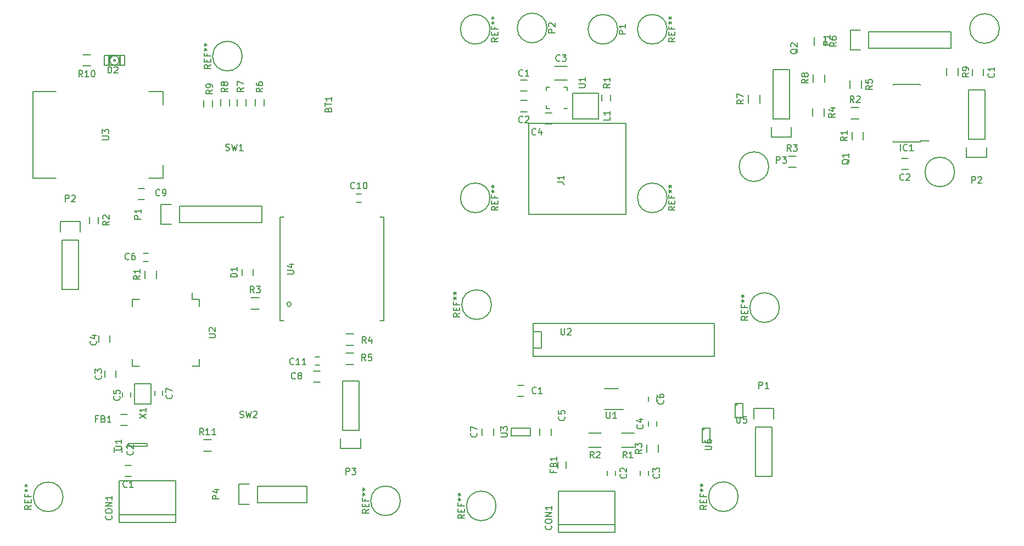
<source format=gbr>
G04 #@! TF.FileFunction,Legend,Top*
%FSLAX46Y46*%
G04 Gerber Fmt 4.6, Leading zero omitted, Abs format (unit mm)*
G04 Created by KiCad (PCBNEW (2015-07-31 BZR 6030)-product) date Fri Sep 11 18:22:56 2015*
%MOMM*%
G01*
G04 APERTURE LIST*
%ADD10C,0.100000*%
%ADD11C,0.150000*%
G04 APERTURE END LIST*
D10*
D11*
X211636400Y-46150400D02*
G75*
G03X211636400Y-46150400I-2286000J0D01*
G01*
X176076400Y-67486400D02*
G75*
G03X176076400Y-67486400I-2286000J0D01*
G01*
X209184400Y-53406800D02*
X209184400Y-52406800D01*
X207484400Y-52406800D02*
X207484400Y-53406800D01*
X196556800Y-67879200D02*
X197556800Y-67879200D01*
X197556800Y-66179200D02*
X196556800Y-66179200D01*
X199436600Y-63656000D02*
X199436600Y-63541000D01*
X195286600Y-63656000D02*
X195286600Y-63541000D01*
X195286600Y-54756000D02*
X195286600Y-54871000D01*
X199436600Y-54756000D02*
X199436600Y-54871000D01*
X199436600Y-63656000D02*
X195286600Y-63656000D01*
X199436600Y-54756000D02*
X195286600Y-54756000D01*
X199436600Y-63541000D02*
X200811600Y-63541000D01*
X191468800Y-46658400D02*
X204168800Y-46658400D01*
X204168800Y-46658400D02*
X204168800Y-49198400D01*
X204168800Y-49198400D02*
X191468800Y-49198400D01*
X188648800Y-46378400D02*
X190198800Y-46378400D01*
X191468800Y-46658400D02*
X191468800Y-49198400D01*
X190198800Y-49478400D02*
X188648800Y-49478400D01*
X188648800Y-49478400D02*
X188648800Y-46378400D01*
X209401200Y-63219200D02*
X209401200Y-55599200D01*
X206861200Y-63219200D02*
X206861200Y-55599200D01*
X206581200Y-66039200D02*
X206581200Y-64489200D01*
X209401200Y-55599200D02*
X206861200Y-55599200D01*
X206861200Y-63219200D02*
X209401200Y-63219200D01*
X209681200Y-64489200D02*
X209681200Y-66039200D01*
X209681200Y-66039200D02*
X206581200Y-66039200D01*
X179276800Y-60120400D02*
X179276800Y-52500400D01*
X176736800Y-60120400D02*
X176736800Y-52500400D01*
X176456800Y-62940400D02*
X176456800Y-61390400D01*
X179276800Y-52500400D02*
X176736800Y-52500400D01*
X176736800Y-60120400D02*
X179276800Y-60120400D01*
X179556800Y-61390400D02*
X179556800Y-62940400D01*
X179556800Y-62940400D02*
X176456800Y-62940400D01*
X190667400Y-62111200D02*
X190667400Y-63311200D01*
X188917400Y-63311200D02*
X188917400Y-62111200D01*
X189986000Y-60081000D02*
X188786000Y-60081000D01*
X188786000Y-58331000D02*
X189986000Y-58331000D01*
X180283200Y-67599400D02*
X179083200Y-67599400D01*
X179083200Y-65849400D02*
X180283200Y-65849400D01*
X182872200Y-59704400D02*
X182872200Y-58504400D01*
X184622200Y-58504400D02*
X184622200Y-59704400D01*
X188612600Y-55386400D02*
X188612600Y-54186400D01*
X190362600Y-54186400D02*
X190362600Y-55386400D01*
X183075400Y-48731600D02*
X183075400Y-47531600D01*
X184825400Y-47531600D02*
X184825400Y-48731600D01*
X174716200Y-56421600D02*
X174716200Y-57621600D01*
X172966200Y-57621600D02*
X172966200Y-56421600D01*
X184673000Y-53221200D02*
X184673000Y-54421200D01*
X182923000Y-54421200D02*
X182923000Y-53221200D01*
X203497000Y-53456000D02*
X203497000Y-52256000D01*
X205247000Y-52256000D02*
X205247000Y-53456000D01*
X204727600Y-68299200D02*
G75*
G03X204727600Y-68299200I-2286000J0D01*
G01*
X211636400Y-46150400D02*
G75*
G03X211636400Y-46150400I-2286000J0D01*
G01*
X176076400Y-67486400D02*
G75*
G03X176076400Y-67486400I-2286000J0D01*
G01*
X209184400Y-53406800D02*
X209184400Y-52406800D01*
X207484400Y-52406800D02*
X207484400Y-53406800D01*
X196556800Y-67879200D02*
X197556800Y-67879200D01*
X197556800Y-66179200D02*
X196556800Y-66179200D01*
X199436600Y-63656000D02*
X199436600Y-63541000D01*
X195286600Y-63656000D02*
X195286600Y-63541000D01*
X195286600Y-54756000D02*
X195286600Y-54871000D01*
X199436600Y-54756000D02*
X199436600Y-54871000D01*
X199436600Y-63656000D02*
X195286600Y-63656000D01*
X199436600Y-54756000D02*
X195286600Y-54756000D01*
X199436600Y-63541000D02*
X200811600Y-63541000D01*
X191468800Y-46658400D02*
X204168800Y-46658400D01*
X204168800Y-46658400D02*
X204168800Y-49198400D01*
X204168800Y-49198400D02*
X191468800Y-49198400D01*
X188648800Y-46378400D02*
X190198800Y-46378400D01*
X191468800Y-46658400D02*
X191468800Y-49198400D01*
X190198800Y-49478400D02*
X188648800Y-49478400D01*
X188648800Y-49478400D02*
X188648800Y-46378400D01*
X209401200Y-63219200D02*
X209401200Y-55599200D01*
X206861200Y-63219200D02*
X206861200Y-55599200D01*
X206581200Y-66039200D02*
X206581200Y-64489200D01*
X209401200Y-55599200D02*
X206861200Y-55599200D01*
X206861200Y-63219200D02*
X209401200Y-63219200D01*
X209681200Y-64489200D02*
X209681200Y-66039200D01*
X209681200Y-66039200D02*
X206581200Y-66039200D01*
X179276800Y-60120400D02*
X179276800Y-52500400D01*
X176736800Y-60120400D02*
X176736800Y-52500400D01*
X176456800Y-62940400D02*
X176456800Y-61390400D01*
X179276800Y-52500400D02*
X176736800Y-52500400D01*
X176736800Y-60120400D02*
X179276800Y-60120400D01*
X179556800Y-61390400D02*
X179556800Y-62940400D01*
X179556800Y-62940400D02*
X176456800Y-62940400D01*
X190667400Y-62111200D02*
X190667400Y-63311200D01*
X188917400Y-63311200D02*
X188917400Y-62111200D01*
X189986000Y-60081000D02*
X188786000Y-60081000D01*
X188786000Y-58331000D02*
X189986000Y-58331000D01*
X180283200Y-67599400D02*
X179083200Y-67599400D01*
X179083200Y-65849400D02*
X180283200Y-65849400D01*
X182872200Y-59704400D02*
X182872200Y-58504400D01*
X184622200Y-58504400D02*
X184622200Y-59704400D01*
X188612600Y-55386400D02*
X188612600Y-54186400D01*
X190362600Y-54186400D02*
X190362600Y-55386400D01*
X183075400Y-48731600D02*
X183075400Y-47531600D01*
X184825400Y-47531600D02*
X184825400Y-48731600D01*
X174716200Y-56421600D02*
X174716200Y-57621600D01*
X172966200Y-57621600D02*
X172966200Y-56421600D01*
X184673000Y-53221200D02*
X184673000Y-54421200D01*
X182923000Y-54421200D02*
X182923000Y-53221200D01*
X203497000Y-53456000D02*
X203497000Y-52256000D01*
X205247000Y-52256000D02*
X205247000Y-53456000D01*
X204727600Y-68299200D02*
G75*
G03X204727600Y-68299200I-2286000J0D01*
G01*
X94884200Y-50407400D02*
G75*
G03X94884200Y-50407400I-2286000J0D01*
G01*
X119268200Y-119089000D02*
G75*
G03X119268200Y-119089000I-2286000J0D01*
G01*
X76807400Y-115316200D02*
X77807400Y-115316200D01*
X77807400Y-113616200D02*
X76807400Y-113616200D01*
X76332600Y-110865000D02*
X76332600Y-111565000D01*
X75132600Y-111565000D02*
X75132600Y-110865000D01*
X75363400Y-99980200D02*
X75363400Y-98980200D01*
X73663400Y-98980200D02*
X73663400Y-99980200D01*
X74449000Y-94595400D02*
X74449000Y-93595400D01*
X72749000Y-93595400D02*
X72749000Y-94595400D01*
X77653400Y-102330600D02*
X77653400Y-103030600D01*
X76453400Y-103030600D02*
X76453400Y-102330600D01*
X80349800Y-82097000D02*
X79649800Y-82097000D01*
X79649800Y-80897000D02*
X80349800Y-80897000D01*
X81431800Y-102776600D02*
X81431800Y-102076600D01*
X82631800Y-102076600D02*
X82631800Y-102776600D01*
X106865000Y-99036600D02*
X105865000Y-99036600D01*
X105865000Y-100736600D02*
X106865000Y-100736600D01*
X79839400Y-70842600D02*
X78839400Y-70842600D01*
X78839400Y-72542600D02*
X79839400Y-72542600D01*
X112517400Y-71753000D02*
X113217400Y-71753000D01*
X113217400Y-72953000D02*
X112517400Y-72953000D01*
X106116600Y-96899000D02*
X106816600Y-96899000D01*
X106816600Y-98099000D02*
X106116600Y-98099000D01*
X75883000Y-122437000D02*
X84583000Y-122437000D01*
X75883000Y-116032000D02*
X84583000Y-116032000D01*
X84583000Y-116032000D02*
X84583000Y-122437000D01*
X84583000Y-121207000D02*
X75883000Y-121207000D01*
X75883000Y-122437000D02*
X75883000Y-116032000D01*
X94897800Y-83283000D02*
X94897800Y-84283000D01*
X96597800Y-84283000D02*
X96597800Y-83283000D01*
X75272860Y-50968740D02*
X75074740Y-50968740D01*
X75074740Y-50968740D02*
X75074740Y-51166860D01*
X75272860Y-51166860D02*
X75074740Y-51166860D01*
X75272860Y-50968740D02*
X75272860Y-51166860D01*
X74724220Y-50369300D02*
X74376240Y-50369300D01*
X74376240Y-50369300D02*
X74376240Y-50618220D01*
X74724220Y-50618220D02*
X74376240Y-50618220D01*
X74724220Y-50369300D02*
X74724220Y-50618220D01*
X74376240Y-50369300D02*
X74274640Y-50369300D01*
X74274640Y-50369300D02*
X74274640Y-51565640D01*
X74376240Y-51565640D02*
X74274640Y-51565640D01*
X74376240Y-50369300D02*
X74376240Y-51565640D01*
X74376240Y-51616440D02*
X74274640Y-51616440D01*
X74274640Y-51616440D02*
X74274640Y-51766300D01*
X74376240Y-51766300D02*
X74274640Y-51766300D01*
X74376240Y-51616440D02*
X74376240Y-51766300D01*
X76072960Y-50369300D02*
X75971360Y-50369300D01*
X75971360Y-50369300D02*
X75971360Y-51565640D01*
X76072960Y-51565640D02*
X75971360Y-51565640D01*
X76072960Y-50369300D02*
X76072960Y-51565640D01*
X76072960Y-51616440D02*
X75971360Y-51616440D01*
X75971360Y-51616440D02*
X75971360Y-51766300D01*
X76072960Y-51766300D02*
X75971360Y-51766300D01*
X76072960Y-51616440D02*
X76072960Y-51766300D01*
X74724220Y-50369300D02*
X74574360Y-50369300D01*
X74574360Y-50369300D02*
X74574360Y-50618220D01*
X74724220Y-50618220D02*
X74574360Y-50618220D01*
X74724220Y-50369300D02*
X74724220Y-50618220D01*
X73624400Y-50318500D02*
X76723200Y-50318500D01*
X76723200Y-50318500D02*
X76723200Y-51817100D01*
X76723200Y-51817100D02*
X73624400Y-51817100D01*
X73624400Y-51817100D02*
X73624400Y-50318500D01*
X75721062Y-50568446D02*
G75*
G03X74625160Y-50569960I-547262J-499354D01*
G01*
X75721933Y-51566198D02*
G75*
G03X75722440Y-50569960I-548133J498398D01*
G01*
X74626538Y-51567154D02*
G75*
G03X75722440Y-51565640I547262J499354D01*
G01*
X74625667Y-50569402D02*
G75*
G03X74625160Y-51565640I548133J-498398D01*
G01*
X77147000Y-105742200D02*
X76147000Y-105742200D01*
X76147000Y-107442200D02*
X77147000Y-107442200D01*
X85181400Y-73572200D02*
X97881400Y-73572200D01*
X97881400Y-73572200D02*
X97881400Y-76112200D01*
X97881400Y-76112200D02*
X85181400Y-76112200D01*
X82361400Y-73292200D02*
X83911400Y-73292200D01*
X85181400Y-73572200D02*
X85181400Y-76112200D01*
X83911400Y-76392200D02*
X82361400Y-76392200D01*
X82361400Y-76392200D02*
X82361400Y-73292200D01*
X67096600Y-78804600D02*
X67096600Y-86424600D01*
X69636600Y-78804600D02*
X69636600Y-86424600D01*
X69916600Y-75984600D02*
X69916600Y-77534600D01*
X67096600Y-86424600D02*
X69636600Y-86424600D01*
X69636600Y-78804600D02*
X67096600Y-78804600D01*
X66816600Y-77534600D02*
X66816600Y-75984600D01*
X66816600Y-75984600D02*
X69916600Y-75984600D01*
X112867400Y-108217800D02*
X112867400Y-100597800D01*
X110327400Y-108217800D02*
X110327400Y-100597800D01*
X110047400Y-111037800D02*
X110047400Y-109487800D01*
X112867400Y-100597800D02*
X110327400Y-100597800D01*
X110327400Y-108217800D02*
X112867400Y-108217800D01*
X113147400Y-109487800D02*
X113147400Y-111037800D01*
X113147400Y-111037800D02*
X110047400Y-111037800D01*
X97221000Y-119343000D02*
X104841000Y-119343000D01*
X97221000Y-116803000D02*
X104841000Y-116803000D01*
X94401000Y-116523000D02*
X95951000Y-116523000D01*
X104841000Y-119343000D02*
X104841000Y-116803000D01*
X97221000Y-116803000D02*
X97221000Y-119343000D01*
X95951000Y-119623000D02*
X94401000Y-119623000D01*
X94401000Y-119623000D02*
X94401000Y-116523000D01*
X81636800Y-83538600D02*
X81636800Y-84738600D01*
X79886800Y-84738600D02*
X79886800Y-83538600D01*
X71349200Y-76256600D02*
X71349200Y-75256600D01*
X72699200Y-75256600D02*
X72699200Y-76256600D01*
X97465400Y-89484000D02*
X96265400Y-89484000D01*
X96265400Y-87734000D02*
X97465400Y-87734000D01*
X110895800Y-93322000D02*
X112095800Y-93322000D01*
X112095800Y-95072000D02*
X110895800Y-95072000D01*
X110895800Y-96268400D02*
X112095800Y-96268400D01*
X112095800Y-98018400D02*
X110895800Y-98018400D01*
X96901600Y-58070200D02*
X96901600Y-57070200D01*
X98251600Y-57070200D02*
X98251600Y-58070200D01*
X94107600Y-58070200D02*
X94107600Y-57070200D01*
X95457600Y-57070200D02*
X95457600Y-58070200D01*
X91567600Y-58070200D02*
X91567600Y-57070200D01*
X92917600Y-57070200D02*
X92917600Y-58070200D01*
X88926000Y-58222600D02*
X88926000Y-57222600D01*
X90276000Y-57222600D02*
X90276000Y-58222600D01*
X70306600Y-50192800D02*
X71506600Y-50192800D01*
X71506600Y-51942800D02*
X70306600Y-51942800D01*
X90150200Y-111429600D02*
X88950200Y-111429600D01*
X88950200Y-109679600D02*
X90150200Y-109679600D01*
X77129800Y-110753000D02*
G75*
G03X77129800Y-110753000I-100000J0D01*
G01*
X77279800Y-110203000D02*
X77279800Y-110703000D01*
X80179800Y-110203000D02*
X77279800Y-110203000D01*
X80179800Y-110703000D02*
X80179800Y-110203000D01*
X77279800Y-110703000D02*
X80179800Y-110703000D01*
X88273600Y-87955200D02*
X87198600Y-87955200D01*
X88273600Y-98305200D02*
X87198600Y-98305200D01*
X77923600Y-98305200D02*
X78998600Y-98305200D01*
X77923600Y-87955200D02*
X78998600Y-87955200D01*
X88273600Y-87955200D02*
X88273600Y-89030200D01*
X77923600Y-87955200D02*
X77923600Y-89030200D01*
X77923600Y-98305200D02*
X77923600Y-97230200D01*
X88273600Y-98305200D02*
X88273600Y-97230200D01*
X87198600Y-87955200D02*
X87198600Y-86930200D01*
X66157440Y-69244040D02*
X62607440Y-69244040D01*
X62607440Y-69244040D02*
X62607440Y-55844040D01*
X62607440Y-55844040D02*
X66157440Y-55844040D01*
X82707440Y-55844040D02*
X80457440Y-55844040D01*
X82707440Y-57894040D02*
X82707440Y-55844040D01*
X80457440Y-69244040D02*
X82707440Y-69244040D01*
X82707440Y-69244040D02*
X82707440Y-67194040D01*
X100701800Y-75275000D02*
X101301800Y-75275000D01*
X116701800Y-75275000D02*
X116101800Y-75275000D01*
X116701800Y-91275000D02*
X116101800Y-91275000D01*
X100701800Y-91275000D02*
X101301800Y-91275000D01*
X100701800Y-75275000D02*
X100701800Y-91275000D01*
X116701800Y-91275000D02*
X116701800Y-75275000D01*
X102442785Y-88723300D02*
G75*
G03X102442785Y-88723300I-339905J0D01*
G01*
X78242600Y-104179000D02*
X78242600Y-100979000D01*
X78242600Y-100979000D02*
X80842600Y-100979000D01*
X80842600Y-100979000D02*
X80842600Y-104179000D01*
X80842600Y-104179000D02*
X78242600Y-104179000D01*
X67249000Y-118479400D02*
G75*
G03X67249000Y-118479400I-2286000J0D01*
G01*
X171363600Y-118454000D02*
G75*
G03X171363600Y-118454000I-2286000J0D01*
G01*
X177713600Y-89244000D02*
G75*
G03X177713600Y-89244000I-2286000J0D01*
G01*
X133314400Y-88786800D02*
G75*
G03X133314400Y-88786800I-2286000J0D01*
G01*
X138335600Y-101246400D02*
X137335600Y-101246400D01*
X137335600Y-102946400D02*
X138335600Y-102946400D01*
X152405600Y-114446400D02*
X152405600Y-115146400D01*
X151205600Y-115146400D02*
X151205600Y-114446400D01*
X157485600Y-114446400D02*
X157485600Y-115146400D01*
X156285600Y-115146400D02*
X156285600Y-114446400D01*
X157555600Y-107526400D02*
X157555600Y-106826400D01*
X158755600Y-106826400D02*
X158755600Y-107526400D01*
X140795600Y-107946400D02*
X140795600Y-108946400D01*
X142495600Y-108946400D02*
X142495600Y-107946400D01*
X157555600Y-103716400D02*
X157555600Y-103016400D01*
X158755600Y-103016400D02*
X158755600Y-103716400D01*
X131905600Y-107946400D02*
X131905600Y-108946400D01*
X133605600Y-108946400D02*
X133605600Y-107946400D01*
X143675600Y-123986400D02*
X152375600Y-123986400D01*
X143675600Y-117581400D02*
X152375600Y-117581400D01*
X152375600Y-117581400D02*
X152375600Y-123986400D01*
X152375600Y-122756400D02*
X143675600Y-122756400D01*
X143675600Y-123986400D02*
X143675600Y-117581400D01*
X143510600Y-114026400D02*
X143510600Y-113026400D01*
X144860600Y-113026400D02*
X144860600Y-114026400D01*
X174030600Y-107659000D02*
X174030600Y-115279000D01*
X176570600Y-107659000D02*
X176570600Y-115279000D01*
X176850600Y-104839000D02*
X176850600Y-106389000D01*
X174030600Y-115279000D02*
X176570600Y-115279000D01*
X176570600Y-107659000D02*
X174030600Y-107659000D01*
X173750600Y-106389000D02*
X173750600Y-104839000D01*
X173750600Y-104839000D02*
X176850600Y-104839000D01*
X153345600Y-108641400D02*
X155345600Y-108641400D01*
X155345600Y-110791400D02*
X153345600Y-110791400D01*
X148265600Y-108641400D02*
X150265600Y-108641400D01*
X150265600Y-110791400D02*
X148265600Y-110791400D01*
X159030600Y-110386400D02*
X159030600Y-111586400D01*
X157280600Y-111586400D02*
X157280600Y-110386400D01*
X152855600Y-101741400D02*
X150755600Y-101741400D01*
X153630600Y-104991400D02*
X150755600Y-104991400D01*
X139715200Y-93003200D02*
X140985200Y-93003200D01*
X140985200Y-93003200D02*
X140985200Y-95543200D01*
X140985200Y-95543200D02*
X139715200Y-95543200D01*
X139715200Y-91733200D02*
X167655200Y-91733200D01*
X167655200Y-91733200D02*
X167655200Y-96813200D01*
X167655200Y-96813200D02*
X139715200Y-96813200D01*
X139715200Y-96813200D02*
X139715200Y-91733200D01*
X139285600Y-107846400D02*
X136385600Y-107846400D01*
X139285600Y-109046400D02*
X136385600Y-109046400D01*
X136385600Y-109046400D02*
X136385600Y-107846400D01*
X139285600Y-107846400D02*
X139285600Y-109046400D01*
X171190600Y-104019000D02*
X171190600Y-104319000D01*
X171190600Y-104319000D02*
X170890600Y-104319000D01*
X172090600Y-106219000D02*
X172090600Y-104019000D01*
X172090600Y-104019000D02*
X170890600Y-104019000D01*
X170890600Y-104019000D02*
X170890600Y-106219000D01*
X170890600Y-106219000D02*
X172090600Y-106219000D01*
X166110600Y-107829000D02*
X166110600Y-108129000D01*
X166110600Y-108129000D02*
X165810600Y-108129000D01*
X167010600Y-110029000D02*
X167010600Y-107829000D01*
X167010600Y-107829000D02*
X165810600Y-107829000D01*
X165810600Y-107829000D02*
X165810600Y-110029000D01*
X165810600Y-110029000D02*
X167010600Y-110029000D01*
X134025600Y-119876400D02*
G75*
G03X134025600Y-119876400I-2286000J0D01*
G01*
X133097800Y-46265400D02*
G75*
G03X133097800Y-46265400I-2286000J0D01*
G01*
X133097800Y-72300400D02*
G75*
G03X133097800Y-72300400I-2286000J0D01*
G01*
X160402800Y-72300400D02*
G75*
G03X160402800Y-72300400I-2286000J0D01*
G01*
X137816800Y-55800400D02*
X138816800Y-55800400D01*
X138816800Y-54100400D02*
X137816800Y-54100400D01*
X137816800Y-58975400D02*
X138816800Y-58975400D01*
X138816800Y-57275400D02*
X137816800Y-57275400D01*
X145031800Y-52020400D02*
X143031800Y-52020400D01*
X143031800Y-54070400D02*
X145031800Y-54070400D01*
X141626800Y-60880400D02*
X142626800Y-60880400D01*
X142626800Y-59180400D02*
X141626800Y-59180400D01*
X154064800Y-60792400D02*
X154064800Y-74889400D01*
X139078800Y-74889400D02*
X139078800Y-60792400D01*
X154064800Y-60792400D02*
X139078800Y-60792400D01*
X154064800Y-74889400D02*
X139078800Y-74889400D01*
X145841800Y-56125400D02*
X149841800Y-56125400D01*
X145841800Y-56125400D02*
X145841800Y-60125400D01*
X145841800Y-60125400D02*
X149841800Y-60125400D01*
X149841800Y-60125400D02*
X149841800Y-56125400D01*
X151691800Y-56355400D02*
X151691800Y-57355400D01*
X150341800Y-57355400D02*
X150341800Y-56355400D01*
X141771800Y-58480400D02*
X141771800Y-57980400D01*
X145021800Y-55230400D02*
X145021800Y-55730400D01*
X141771800Y-55230400D02*
X141771800Y-55730400D01*
X145021800Y-58480400D02*
X144521800Y-58480400D01*
X145021800Y-55230400D02*
X144521800Y-55230400D01*
X141771800Y-55230400D02*
X142271800Y-55230400D01*
X141771800Y-58480400D02*
X142271800Y-58480400D01*
X152782800Y-46265400D02*
G75*
G03X152782800Y-46265400I-2286000J0D01*
G01*
X141872800Y-46060400D02*
G75*
G03X141872800Y-46060400I-2286000J0D01*
G01*
X160402800Y-46265400D02*
G75*
G03X160402800Y-46265400I-2286000J0D01*
G01*
X210791543Y-53073466D02*
X210839162Y-53121085D01*
X210886781Y-53263942D01*
X210886781Y-53359180D01*
X210839162Y-53502038D01*
X210743924Y-53597276D01*
X210648686Y-53644895D01*
X210458210Y-53692514D01*
X210315352Y-53692514D01*
X210124876Y-53644895D01*
X210029638Y-53597276D01*
X209934400Y-53502038D01*
X209886781Y-53359180D01*
X209886781Y-53263942D01*
X209934400Y-53121085D01*
X209982019Y-53073466D01*
X210886781Y-52121085D02*
X210886781Y-52692514D01*
X210886781Y-52406800D02*
X209886781Y-52406800D01*
X210029638Y-52502038D01*
X210124876Y-52597276D01*
X210172495Y-52692514D01*
X196890134Y-69486343D02*
X196842515Y-69533962D01*
X196699658Y-69581581D01*
X196604420Y-69581581D01*
X196461562Y-69533962D01*
X196366324Y-69438724D01*
X196318705Y-69343486D01*
X196271086Y-69153010D01*
X196271086Y-69010152D01*
X196318705Y-68819676D01*
X196366324Y-68724438D01*
X196461562Y-68629200D01*
X196604420Y-68581581D01*
X196699658Y-68581581D01*
X196842515Y-68629200D01*
X196890134Y-68676819D01*
X197271086Y-68676819D02*
X197318705Y-68629200D01*
X197413943Y-68581581D01*
X197652039Y-68581581D01*
X197747277Y-68629200D01*
X197794896Y-68676819D01*
X197842515Y-68772057D01*
X197842515Y-68867295D01*
X197794896Y-69010152D01*
X197223467Y-69581581D01*
X197842515Y-69581581D01*
X196385410Y-65033381D02*
X196385410Y-64033381D01*
X197433029Y-64938143D02*
X197385410Y-64985762D01*
X197242553Y-65033381D01*
X197147315Y-65033381D01*
X197004457Y-64985762D01*
X196909219Y-64890524D01*
X196861600Y-64795286D01*
X196813981Y-64604810D01*
X196813981Y-64461952D01*
X196861600Y-64271476D01*
X196909219Y-64176238D01*
X197004457Y-64081000D01*
X197147315Y-64033381D01*
X197242553Y-64033381D01*
X197385410Y-64081000D01*
X197433029Y-64128619D01*
X198385410Y-65033381D02*
X197813981Y-65033381D01*
X198099695Y-65033381D02*
X198099695Y-64033381D01*
X198004457Y-64176238D01*
X197909219Y-64271476D01*
X197813981Y-64319095D01*
X185551181Y-48666495D02*
X184551181Y-48666495D01*
X184551181Y-48285542D01*
X184598800Y-48190304D01*
X184646419Y-48142685D01*
X184741657Y-48095066D01*
X184884514Y-48095066D01*
X184979752Y-48142685D01*
X185027371Y-48190304D01*
X185074990Y-48285542D01*
X185074990Y-48666495D01*
X185551181Y-47142685D02*
X185551181Y-47714114D01*
X185551181Y-47428400D02*
X184551181Y-47428400D01*
X184694038Y-47523638D01*
X184789276Y-47618876D01*
X184836895Y-47714114D01*
X207393105Y-70041581D02*
X207393105Y-69041581D01*
X207774058Y-69041581D01*
X207869296Y-69089200D01*
X207916915Y-69136819D01*
X207964534Y-69232057D01*
X207964534Y-69374914D01*
X207916915Y-69470152D01*
X207869296Y-69517771D01*
X207774058Y-69565390D01*
X207393105Y-69565390D01*
X208345486Y-69136819D02*
X208393105Y-69089200D01*
X208488343Y-69041581D01*
X208726439Y-69041581D01*
X208821677Y-69089200D01*
X208869296Y-69136819D01*
X208916915Y-69232057D01*
X208916915Y-69327295D01*
X208869296Y-69470152D01*
X208297867Y-70041581D01*
X208916915Y-70041581D01*
X177268705Y-66942781D02*
X177268705Y-65942781D01*
X177649658Y-65942781D01*
X177744896Y-65990400D01*
X177792515Y-66038019D01*
X177840134Y-66133257D01*
X177840134Y-66276114D01*
X177792515Y-66371352D01*
X177744896Y-66418971D01*
X177649658Y-66466590D01*
X177268705Y-66466590D01*
X178173467Y-65942781D02*
X178792515Y-65942781D01*
X178459181Y-66323733D01*
X178602039Y-66323733D01*
X178697277Y-66371352D01*
X178744896Y-66418971D01*
X178792515Y-66514210D01*
X178792515Y-66752305D01*
X178744896Y-66847543D01*
X178697277Y-66895162D01*
X178602039Y-66942781D01*
X178316324Y-66942781D01*
X178221086Y-66895162D01*
X178173467Y-66847543D01*
X188479219Y-66362438D02*
X188431600Y-66457676D01*
X188336362Y-66552914D01*
X188193505Y-66695771D01*
X188145886Y-66791010D01*
X188145886Y-66886248D01*
X188383981Y-66838629D02*
X188336362Y-66933867D01*
X188241124Y-67029105D01*
X188050648Y-67076724D01*
X187717314Y-67076724D01*
X187526838Y-67029105D01*
X187431600Y-66933867D01*
X187383981Y-66838629D01*
X187383981Y-66648152D01*
X187431600Y-66552914D01*
X187526838Y-66457676D01*
X187717314Y-66410057D01*
X188050648Y-66410057D01*
X188241124Y-66457676D01*
X188336362Y-66552914D01*
X188383981Y-66648152D01*
X188383981Y-66838629D01*
X188383981Y-65457676D02*
X188383981Y-66029105D01*
X188383981Y-65743391D02*
X187383981Y-65743391D01*
X187526838Y-65838629D01*
X187622076Y-65933867D01*
X187669695Y-66029105D01*
X180554419Y-49293638D02*
X180506800Y-49388876D01*
X180411562Y-49484114D01*
X180268705Y-49626971D01*
X180221086Y-49722210D01*
X180221086Y-49817448D01*
X180459181Y-49769829D02*
X180411562Y-49865067D01*
X180316324Y-49960305D01*
X180125848Y-50007924D01*
X179792514Y-50007924D01*
X179602038Y-49960305D01*
X179506800Y-49865067D01*
X179459181Y-49769829D01*
X179459181Y-49579352D01*
X179506800Y-49484114D01*
X179602038Y-49388876D01*
X179792514Y-49341257D01*
X180125848Y-49341257D01*
X180316324Y-49388876D01*
X180411562Y-49484114D01*
X180459181Y-49579352D01*
X180459181Y-49769829D01*
X179554419Y-48960305D02*
X179506800Y-48912686D01*
X179459181Y-48817448D01*
X179459181Y-48579352D01*
X179506800Y-48484114D01*
X179554419Y-48436495D01*
X179649657Y-48388876D01*
X179744895Y-48388876D01*
X179887752Y-48436495D01*
X180459181Y-49007924D01*
X180459181Y-48388876D01*
X188144781Y-62877866D02*
X187668590Y-63211200D01*
X188144781Y-63449295D02*
X187144781Y-63449295D01*
X187144781Y-63068342D01*
X187192400Y-62973104D01*
X187240019Y-62925485D01*
X187335257Y-62877866D01*
X187478114Y-62877866D01*
X187573352Y-62925485D01*
X187620971Y-62973104D01*
X187668590Y-63068342D01*
X187668590Y-63449295D01*
X188144781Y-61925485D02*
X188144781Y-62496914D01*
X188144781Y-62211200D02*
X187144781Y-62211200D01*
X187287638Y-62306438D01*
X187382876Y-62401676D01*
X187430495Y-62496914D01*
X189219334Y-57558381D02*
X188886000Y-57082190D01*
X188647905Y-57558381D02*
X188647905Y-56558381D01*
X189028858Y-56558381D01*
X189124096Y-56606000D01*
X189171715Y-56653619D01*
X189219334Y-56748857D01*
X189219334Y-56891714D01*
X189171715Y-56986952D01*
X189124096Y-57034571D01*
X189028858Y-57082190D01*
X188647905Y-57082190D01*
X189600286Y-56653619D02*
X189647905Y-56606000D01*
X189743143Y-56558381D01*
X189981239Y-56558381D01*
X190076477Y-56606000D01*
X190124096Y-56653619D01*
X190171715Y-56748857D01*
X190171715Y-56844095D01*
X190124096Y-56986952D01*
X189552667Y-57558381D01*
X190171715Y-57558381D01*
X179516534Y-65076781D02*
X179183200Y-64600590D01*
X178945105Y-65076781D02*
X178945105Y-64076781D01*
X179326058Y-64076781D01*
X179421296Y-64124400D01*
X179468915Y-64172019D01*
X179516534Y-64267257D01*
X179516534Y-64410114D01*
X179468915Y-64505352D01*
X179421296Y-64552971D01*
X179326058Y-64600590D01*
X178945105Y-64600590D01*
X179849867Y-64076781D02*
X180468915Y-64076781D01*
X180135581Y-64457733D01*
X180278439Y-64457733D01*
X180373677Y-64505352D01*
X180421296Y-64552971D01*
X180468915Y-64648210D01*
X180468915Y-64886305D01*
X180421296Y-64981543D01*
X180373677Y-65029162D01*
X180278439Y-65076781D01*
X179992724Y-65076781D01*
X179897486Y-65029162D01*
X179849867Y-64981543D01*
X186299581Y-59271066D02*
X185823390Y-59604400D01*
X186299581Y-59842495D02*
X185299581Y-59842495D01*
X185299581Y-59461542D01*
X185347200Y-59366304D01*
X185394819Y-59318685D01*
X185490057Y-59271066D01*
X185632914Y-59271066D01*
X185728152Y-59318685D01*
X185775771Y-59366304D01*
X185823390Y-59461542D01*
X185823390Y-59842495D01*
X185632914Y-58413923D02*
X186299581Y-58413923D01*
X185251962Y-58652019D02*
X185966248Y-58890114D01*
X185966248Y-58271066D01*
X192039981Y-54953066D02*
X191563790Y-55286400D01*
X192039981Y-55524495D02*
X191039981Y-55524495D01*
X191039981Y-55143542D01*
X191087600Y-55048304D01*
X191135219Y-55000685D01*
X191230457Y-54953066D01*
X191373314Y-54953066D01*
X191468552Y-55000685D01*
X191516171Y-55048304D01*
X191563790Y-55143542D01*
X191563790Y-55524495D01*
X191039981Y-54048304D02*
X191039981Y-54524495D01*
X191516171Y-54572114D01*
X191468552Y-54524495D01*
X191420933Y-54429257D01*
X191420933Y-54191161D01*
X191468552Y-54095923D01*
X191516171Y-54048304D01*
X191611410Y-54000685D01*
X191849505Y-54000685D01*
X191944743Y-54048304D01*
X191992362Y-54095923D01*
X192039981Y-54191161D01*
X192039981Y-54429257D01*
X191992362Y-54524495D01*
X191944743Y-54572114D01*
X186502781Y-48298266D02*
X186026590Y-48631600D01*
X186502781Y-48869695D02*
X185502781Y-48869695D01*
X185502781Y-48488742D01*
X185550400Y-48393504D01*
X185598019Y-48345885D01*
X185693257Y-48298266D01*
X185836114Y-48298266D01*
X185931352Y-48345885D01*
X185978971Y-48393504D01*
X186026590Y-48488742D01*
X186026590Y-48869695D01*
X185502781Y-47441123D02*
X185502781Y-47631600D01*
X185550400Y-47726838D01*
X185598019Y-47774457D01*
X185740876Y-47869695D01*
X185931352Y-47917314D01*
X186312305Y-47917314D01*
X186407543Y-47869695D01*
X186455162Y-47822076D01*
X186502781Y-47726838D01*
X186502781Y-47536361D01*
X186455162Y-47441123D01*
X186407543Y-47393504D01*
X186312305Y-47345885D01*
X186074210Y-47345885D01*
X185978971Y-47393504D01*
X185931352Y-47441123D01*
X185883733Y-47536361D01*
X185883733Y-47726838D01*
X185931352Y-47822076D01*
X185978971Y-47869695D01*
X186074210Y-47917314D01*
X172193581Y-57188266D02*
X171717390Y-57521600D01*
X172193581Y-57759695D02*
X171193581Y-57759695D01*
X171193581Y-57378742D01*
X171241200Y-57283504D01*
X171288819Y-57235885D01*
X171384057Y-57188266D01*
X171526914Y-57188266D01*
X171622152Y-57235885D01*
X171669771Y-57283504D01*
X171717390Y-57378742D01*
X171717390Y-57759695D01*
X171193581Y-56854933D02*
X171193581Y-56188266D01*
X172193581Y-56616838D01*
X182150381Y-53987866D02*
X181674190Y-54321200D01*
X182150381Y-54559295D02*
X181150381Y-54559295D01*
X181150381Y-54178342D01*
X181198000Y-54083104D01*
X181245619Y-54035485D01*
X181340857Y-53987866D01*
X181483714Y-53987866D01*
X181578952Y-54035485D01*
X181626571Y-54083104D01*
X181674190Y-54178342D01*
X181674190Y-54559295D01*
X181578952Y-53416438D02*
X181531333Y-53511676D01*
X181483714Y-53559295D01*
X181388476Y-53606914D01*
X181340857Y-53606914D01*
X181245619Y-53559295D01*
X181198000Y-53511676D01*
X181150381Y-53416438D01*
X181150381Y-53225961D01*
X181198000Y-53130723D01*
X181245619Y-53083104D01*
X181340857Y-53035485D01*
X181388476Y-53035485D01*
X181483714Y-53083104D01*
X181531333Y-53130723D01*
X181578952Y-53225961D01*
X181578952Y-53416438D01*
X181626571Y-53511676D01*
X181674190Y-53559295D01*
X181769429Y-53606914D01*
X181959905Y-53606914D01*
X182055143Y-53559295D01*
X182102762Y-53511676D01*
X182150381Y-53416438D01*
X182150381Y-53225961D01*
X182102762Y-53130723D01*
X182055143Y-53083104D01*
X181959905Y-53035485D01*
X181769429Y-53035485D01*
X181674190Y-53083104D01*
X181626571Y-53130723D01*
X181578952Y-53225961D01*
X206924381Y-53022666D02*
X206448190Y-53356000D01*
X206924381Y-53594095D02*
X205924381Y-53594095D01*
X205924381Y-53213142D01*
X205972000Y-53117904D01*
X206019619Y-53070285D01*
X206114857Y-53022666D01*
X206257714Y-53022666D01*
X206352952Y-53070285D01*
X206400571Y-53117904D01*
X206448190Y-53213142D01*
X206448190Y-53594095D01*
X206924381Y-52546476D02*
X206924381Y-52356000D01*
X206876762Y-52260761D01*
X206829143Y-52213142D01*
X206686286Y-52117904D01*
X206495810Y-52070285D01*
X206114857Y-52070285D01*
X206019619Y-52117904D01*
X205972000Y-52165523D01*
X205924381Y-52260761D01*
X205924381Y-52451238D01*
X205972000Y-52546476D01*
X206019619Y-52594095D01*
X206114857Y-52641714D01*
X206352952Y-52641714D01*
X206448190Y-52594095D01*
X206495810Y-52546476D01*
X206543429Y-52451238D01*
X206543429Y-52260761D01*
X206495810Y-52165523D01*
X206448190Y-52117904D01*
X206352952Y-52070285D01*
X210791543Y-53073466D02*
X210839162Y-53121085D01*
X210886781Y-53263942D01*
X210886781Y-53359180D01*
X210839162Y-53502038D01*
X210743924Y-53597276D01*
X210648686Y-53644895D01*
X210458210Y-53692514D01*
X210315352Y-53692514D01*
X210124876Y-53644895D01*
X210029638Y-53597276D01*
X209934400Y-53502038D01*
X209886781Y-53359180D01*
X209886781Y-53263942D01*
X209934400Y-53121085D01*
X209982019Y-53073466D01*
X210886781Y-52121085D02*
X210886781Y-52692514D01*
X210886781Y-52406800D02*
X209886781Y-52406800D01*
X210029638Y-52502038D01*
X210124876Y-52597276D01*
X210172495Y-52692514D01*
X196890134Y-69486343D02*
X196842515Y-69533962D01*
X196699658Y-69581581D01*
X196604420Y-69581581D01*
X196461562Y-69533962D01*
X196366324Y-69438724D01*
X196318705Y-69343486D01*
X196271086Y-69153010D01*
X196271086Y-69010152D01*
X196318705Y-68819676D01*
X196366324Y-68724438D01*
X196461562Y-68629200D01*
X196604420Y-68581581D01*
X196699658Y-68581581D01*
X196842515Y-68629200D01*
X196890134Y-68676819D01*
X197271086Y-68676819D02*
X197318705Y-68629200D01*
X197413943Y-68581581D01*
X197652039Y-68581581D01*
X197747277Y-68629200D01*
X197794896Y-68676819D01*
X197842515Y-68772057D01*
X197842515Y-68867295D01*
X197794896Y-69010152D01*
X197223467Y-69581581D01*
X197842515Y-69581581D01*
X196385410Y-65033381D02*
X196385410Y-64033381D01*
X197433029Y-64938143D02*
X197385410Y-64985762D01*
X197242553Y-65033381D01*
X197147315Y-65033381D01*
X197004457Y-64985762D01*
X196909219Y-64890524D01*
X196861600Y-64795286D01*
X196813981Y-64604810D01*
X196813981Y-64461952D01*
X196861600Y-64271476D01*
X196909219Y-64176238D01*
X197004457Y-64081000D01*
X197147315Y-64033381D01*
X197242553Y-64033381D01*
X197385410Y-64081000D01*
X197433029Y-64128619D01*
X198385410Y-65033381D02*
X197813981Y-65033381D01*
X198099695Y-65033381D02*
X198099695Y-64033381D01*
X198004457Y-64176238D01*
X197909219Y-64271476D01*
X197813981Y-64319095D01*
X185551181Y-48666495D02*
X184551181Y-48666495D01*
X184551181Y-48285542D01*
X184598800Y-48190304D01*
X184646419Y-48142685D01*
X184741657Y-48095066D01*
X184884514Y-48095066D01*
X184979752Y-48142685D01*
X185027371Y-48190304D01*
X185074990Y-48285542D01*
X185074990Y-48666495D01*
X185551181Y-47142685D02*
X185551181Y-47714114D01*
X185551181Y-47428400D02*
X184551181Y-47428400D01*
X184694038Y-47523638D01*
X184789276Y-47618876D01*
X184836895Y-47714114D01*
X207393105Y-70041581D02*
X207393105Y-69041581D01*
X207774058Y-69041581D01*
X207869296Y-69089200D01*
X207916915Y-69136819D01*
X207964534Y-69232057D01*
X207964534Y-69374914D01*
X207916915Y-69470152D01*
X207869296Y-69517771D01*
X207774058Y-69565390D01*
X207393105Y-69565390D01*
X208345486Y-69136819D02*
X208393105Y-69089200D01*
X208488343Y-69041581D01*
X208726439Y-69041581D01*
X208821677Y-69089200D01*
X208869296Y-69136819D01*
X208916915Y-69232057D01*
X208916915Y-69327295D01*
X208869296Y-69470152D01*
X208297867Y-70041581D01*
X208916915Y-70041581D01*
X177268705Y-66942781D02*
X177268705Y-65942781D01*
X177649658Y-65942781D01*
X177744896Y-65990400D01*
X177792515Y-66038019D01*
X177840134Y-66133257D01*
X177840134Y-66276114D01*
X177792515Y-66371352D01*
X177744896Y-66418971D01*
X177649658Y-66466590D01*
X177268705Y-66466590D01*
X178173467Y-65942781D02*
X178792515Y-65942781D01*
X178459181Y-66323733D01*
X178602039Y-66323733D01*
X178697277Y-66371352D01*
X178744896Y-66418971D01*
X178792515Y-66514210D01*
X178792515Y-66752305D01*
X178744896Y-66847543D01*
X178697277Y-66895162D01*
X178602039Y-66942781D01*
X178316324Y-66942781D01*
X178221086Y-66895162D01*
X178173467Y-66847543D01*
X188479219Y-66362438D02*
X188431600Y-66457676D01*
X188336362Y-66552914D01*
X188193505Y-66695771D01*
X188145886Y-66791010D01*
X188145886Y-66886248D01*
X188383981Y-66838629D02*
X188336362Y-66933867D01*
X188241124Y-67029105D01*
X188050648Y-67076724D01*
X187717314Y-67076724D01*
X187526838Y-67029105D01*
X187431600Y-66933867D01*
X187383981Y-66838629D01*
X187383981Y-66648152D01*
X187431600Y-66552914D01*
X187526838Y-66457676D01*
X187717314Y-66410057D01*
X188050648Y-66410057D01*
X188241124Y-66457676D01*
X188336362Y-66552914D01*
X188383981Y-66648152D01*
X188383981Y-66838629D01*
X188383981Y-65457676D02*
X188383981Y-66029105D01*
X188383981Y-65743391D02*
X187383981Y-65743391D01*
X187526838Y-65838629D01*
X187622076Y-65933867D01*
X187669695Y-66029105D01*
X180554419Y-49293638D02*
X180506800Y-49388876D01*
X180411562Y-49484114D01*
X180268705Y-49626971D01*
X180221086Y-49722210D01*
X180221086Y-49817448D01*
X180459181Y-49769829D02*
X180411562Y-49865067D01*
X180316324Y-49960305D01*
X180125848Y-50007924D01*
X179792514Y-50007924D01*
X179602038Y-49960305D01*
X179506800Y-49865067D01*
X179459181Y-49769829D01*
X179459181Y-49579352D01*
X179506800Y-49484114D01*
X179602038Y-49388876D01*
X179792514Y-49341257D01*
X180125848Y-49341257D01*
X180316324Y-49388876D01*
X180411562Y-49484114D01*
X180459181Y-49579352D01*
X180459181Y-49769829D01*
X179554419Y-48960305D02*
X179506800Y-48912686D01*
X179459181Y-48817448D01*
X179459181Y-48579352D01*
X179506800Y-48484114D01*
X179554419Y-48436495D01*
X179649657Y-48388876D01*
X179744895Y-48388876D01*
X179887752Y-48436495D01*
X180459181Y-49007924D01*
X180459181Y-48388876D01*
X188144781Y-62877866D02*
X187668590Y-63211200D01*
X188144781Y-63449295D02*
X187144781Y-63449295D01*
X187144781Y-63068342D01*
X187192400Y-62973104D01*
X187240019Y-62925485D01*
X187335257Y-62877866D01*
X187478114Y-62877866D01*
X187573352Y-62925485D01*
X187620971Y-62973104D01*
X187668590Y-63068342D01*
X187668590Y-63449295D01*
X188144781Y-61925485D02*
X188144781Y-62496914D01*
X188144781Y-62211200D02*
X187144781Y-62211200D01*
X187287638Y-62306438D01*
X187382876Y-62401676D01*
X187430495Y-62496914D01*
X189219334Y-57558381D02*
X188886000Y-57082190D01*
X188647905Y-57558381D02*
X188647905Y-56558381D01*
X189028858Y-56558381D01*
X189124096Y-56606000D01*
X189171715Y-56653619D01*
X189219334Y-56748857D01*
X189219334Y-56891714D01*
X189171715Y-56986952D01*
X189124096Y-57034571D01*
X189028858Y-57082190D01*
X188647905Y-57082190D01*
X189600286Y-56653619D02*
X189647905Y-56606000D01*
X189743143Y-56558381D01*
X189981239Y-56558381D01*
X190076477Y-56606000D01*
X190124096Y-56653619D01*
X190171715Y-56748857D01*
X190171715Y-56844095D01*
X190124096Y-56986952D01*
X189552667Y-57558381D01*
X190171715Y-57558381D01*
X179516534Y-65076781D02*
X179183200Y-64600590D01*
X178945105Y-65076781D02*
X178945105Y-64076781D01*
X179326058Y-64076781D01*
X179421296Y-64124400D01*
X179468915Y-64172019D01*
X179516534Y-64267257D01*
X179516534Y-64410114D01*
X179468915Y-64505352D01*
X179421296Y-64552971D01*
X179326058Y-64600590D01*
X178945105Y-64600590D01*
X179849867Y-64076781D02*
X180468915Y-64076781D01*
X180135581Y-64457733D01*
X180278439Y-64457733D01*
X180373677Y-64505352D01*
X180421296Y-64552971D01*
X180468915Y-64648210D01*
X180468915Y-64886305D01*
X180421296Y-64981543D01*
X180373677Y-65029162D01*
X180278439Y-65076781D01*
X179992724Y-65076781D01*
X179897486Y-65029162D01*
X179849867Y-64981543D01*
X186299581Y-59271066D02*
X185823390Y-59604400D01*
X186299581Y-59842495D02*
X185299581Y-59842495D01*
X185299581Y-59461542D01*
X185347200Y-59366304D01*
X185394819Y-59318685D01*
X185490057Y-59271066D01*
X185632914Y-59271066D01*
X185728152Y-59318685D01*
X185775771Y-59366304D01*
X185823390Y-59461542D01*
X185823390Y-59842495D01*
X185632914Y-58413923D02*
X186299581Y-58413923D01*
X185251962Y-58652019D02*
X185966248Y-58890114D01*
X185966248Y-58271066D01*
X192039981Y-54953066D02*
X191563790Y-55286400D01*
X192039981Y-55524495D02*
X191039981Y-55524495D01*
X191039981Y-55143542D01*
X191087600Y-55048304D01*
X191135219Y-55000685D01*
X191230457Y-54953066D01*
X191373314Y-54953066D01*
X191468552Y-55000685D01*
X191516171Y-55048304D01*
X191563790Y-55143542D01*
X191563790Y-55524495D01*
X191039981Y-54048304D02*
X191039981Y-54524495D01*
X191516171Y-54572114D01*
X191468552Y-54524495D01*
X191420933Y-54429257D01*
X191420933Y-54191161D01*
X191468552Y-54095923D01*
X191516171Y-54048304D01*
X191611410Y-54000685D01*
X191849505Y-54000685D01*
X191944743Y-54048304D01*
X191992362Y-54095923D01*
X192039981Y-54191161D01*
X192039981Y-54429257D01*
X191992362Y-54524495D01*
X191944743Y-54572114D01*
X186502781Y-48298266D02*
X186026590Y-48631600D01*
X186502781Y-48869695D02*
X185502781Y-48869695D01*
X185502781Y-48488742D01*
X185550400Y-48393504D01*
X185598019Y-48345885D01*
X185693257Y-48298266D01*
X185836114Y-48298266D01*
X185931352Y-48345885D01*
X185978971Y-48393504D01*
X186026590Y-48488742D01*
X186026590Y-48869695D01*
X185502781Y-47441123D02*
X185502781Y-47631600D01*
X185550400Y-47726838D01*
X185598019Y-47774457D01*
X185740876Y-47869695D01*
X185931352Y-47917314D01*
X186312305Y-47917314D01*
X186407543Y-47869695D01*
X186455162Y-47822076D01*
X186502781Y-47726838D01*
X186502781Y-47536361D01*
X186455162Y-47441123D01*
X186407543Y-47393504D01*
X186312305Y-47345885D01*
X186074210Y-47345885D01*
X185978971Y-47393504D01*
X185931352Y-47441123D01*
X185883733Y-47536361D01*
X185883733Y-47726838D01*
X185931352Y-47822076D01*
X185978971Y-47869695D01*
X186074210Y-47917314D01*
X172193581Y-57188266D02*
X171717390Y-57521600D01*
X172193581Y-57759695D02*
X171193581Y-57759695D01*
X171193581Y-57378742D01*
X171241200Y-57283504D01*
X171288819Y-57235885D01*
X171384057Y-57188266D01*
X171526914Y-57188266D01*
X171622152Y-57235885D01*
X171669771Y-57283504D01*
X171717390Y-57378742D01*
X171717390Y-57759695D01*
X171193581Y-56854933D02*
X171193581Y-56188266D01*
X172193581Y-56616838D01*
X182150381Y-53987866D02*
X181674190Y-54321200D01*
X182150381Y-54559295D02*
X181150381Y-54559295D01*
X181150381Y-54178342D01*
X181198000Y-54083104D01*
X181245619Y-54035485D01*
X181340857Y-53987866D01*
X181483714Y-53987866D01*
X181578952Y-54035485D01*
X181626571Y-54083104D01*
X181674190Y-54178342D01*
X181674190Y-54559295D01*
X181578952Y-53416438D02*
X181531333Y-53511676D01*
X181483714Y-53559295D01*
X181388476Y-53606914D01*
X181340857Y-53606914D01*
X181245619Y-53559295D01*
X181198000Y-53511676D01*
X181150381Y-53416438D01*
X181150381Y-53225961D01*
X181198000Y-53130723D01*
X181245619Y-53083104D01*
X181340857Y-53035485D01*
X181388476Y-53035485D01*
X181483714Y-53083104D01*
X181531333Y-53130723D01*
X181578952Y-53225961D01*
X181578952Y-53416438D01*
X181626571Y-53511676D01*
X181674190Y-53559295D01*
X181769429Y-53606914D01*
X181959905Y-53606914D01*
X182055143Y-53559295D01*
X182102762Y-53511676D01*
X182150381Y-53416438D01*
X182150381Y-53225961D01*
X182102762Y-53130723D01*
X182055143Y-53083104D01*
X181959905Y-53035485D01*
X181769429Y-53035485D01*
X181674190Y-53083104D01*
X181626571Y-53130723D01*
X181578952Y-53225961D01*
X206924381Y-53022666D02*
X206448190Y-53356000D01*
X206924381Y-53594095D02*
X205924381Y-53594095D01*
X205924381Y-53213142D01*
X205972000Y-53117904D01*
X206019619Y-53070285D01*
X206114857Y-53022666D01*
X206257714Y-53022666D01*
X206352952Y-53070285D01*
X206400571Y-53117904D01*
X206448190Y-53213142D01*
X206448190Y-53594095D01*
X206924381Y-52546476D02*
X206924381Y-52356000D01*
X206876762Y-52260761D01*
X206829143Y-52213142D01*
X206686286Y-52117904D01*
X206495810Y-52070285D01*
X206114857Y-52070285D01*
X206019619Y-52117904D01*
X205972000Y-52165523D01*
X205924381Y-52260761D01*
X205924381Y-52451238D01*
X205972000Y-52546476D01*
X206019619Y-52594095D01*
X206114857Y-52641714D01*
X206352952Y-52641714D01*
X206448190Y-52594095D01*
X206495810Y-52546476D01*
X206543429Y-52451238D01*
X206543429Y-52260761D01*
X206495810Y-52165523D01*
X206448190Y-52117904D01*
X206352952Y-52070285D01*
X90002581Y-51740733D02*
X89526390Y-52074067D01*
X90002581Y-52312162D02*
X89002581Y-52312162D01*
X89002581Y-51931209D01*
X89050200Y-51835971D01*
X89097819Y-51788352D01*
X89193057Y-51740733D01*
X89335914Y-51740733D01*
X89431152Y-51788352D01*
X89478771Y-51835971D01*
X89526390Y-51931209D01*
X89526390Y-52312162D01*
X89478771Y-51312162D02*
X89478771Y-50978828D01*
X90002581Y-50835971D02*
X90002581Y-51312162D01*
X89002581Y-51312162D01*
X89002581Y-50835971D01*
X89478771Y-50074066D02*
X89478771Y-50407400D01*
X90002581Y-50407400D02*
X89002581Y-50407400D01*
X89002581Y-49931209D01*
X89002581Y-49407400D02*
X89240676Y-49407400D01*
X89145438Y-49645495D02*
X89240676Y-49407400D01*
X89145438Y-49169304D01*
X89431152Y-49550257D02*
X89240676Y-49407400D01*
X89431152Y-49264542D01*
X89002581Y-48645495D02*
X89240676Y-48645495D01*
X89145438Y-48883590D02*
X89240676Y-48645495D01*
X89145438Y-48407399D01*
X89431152Y-48788352D02*
X89240676Y-48645495D01*
X89431152Y-48502637D01*
X114386581Y-120422333D02*
X113910390Y-120755667D01*
X114386581Y-120993762D02*
X113386581Y-120993762D01*
X113386581Y-120612809D01*
X113434200Y-120517571D01*
X113481819Y-120469952D01*
X113577057Y-120422333D01*
X113719914Y-120422333D01*
X113815152Y-120469952D01*
X113862771Y-120517571D01*
X113910390Y-120612809D01*
X113910390Y-120993762D01*
X113862771Y-119993762D02*
X113862771Y-119660428D01*
X114386581Y-119517571D02*
X114386581Y-119993762D01*
X113386581Y-119993762D01*
X113386581Y-119517571D01*
X113862771Y-118755666D02*
X113862771Y-119089000D01*
X114386581Y-119089000D02*
X113386581Y-119089000D01*
X113386581Y-118612809D01*
X113386581Y-118089000D02*
X113624676Y-118089000D01*
X113529438Y-118327095D02*
X113624676Y-118089000D01*
X113529438Y-117850904D01*
X113815152Y-118231857D02*
X113624676Y-118089000D01*
X113815152Y-117946142D01*
X113386581Y-117327095D02*
X113624676Y-117327095D01*
X113529438Y-117565190D02*
X113624676Y-117327095D01*
X113529438Y-117088999D01*
X113815152Y-117469952D02*
X113624676Y-117327095D01*
X113815152Y-117184237D01*
X108130371Y-58660714D02*
X108177990Y-58517857D01*
X108225610Y-58470238D01*
X108320848Y-58422619D01*
X108463705Y-58422619D01*
X108558943Y-58470238D01*
X108606562Y-58517857D01*
X108654181Y-58613095D01*
X108654181Y-58994048D01*
X107654181Y-58994048D01*
X107654181Y-58660714D01*
X107701800Y-58565476D01*
X107749419Y-58517857D01*
X107844657Y-58470238D01*
X107939895Y-58470238D01*
X108035133Y-58517857D01*
X108082752Y-58565476D01*
X108130371Y-58660714D01*
X108130371Y-58994048D01*
X107654181Y-58136905D02*
X107654181Y-57565476D01*
X108654181Y-57851191D02*
X107654181Y-57851191D01*
X108654181Y-56708333D02*
X108654181Y-57279762D01*
X108654181Y-56994048D02*
X107654181Y-56994048D01*
X107797038Y-57089286D01*
X107892276Y-57184524D01*
X107939895Y-57279762D01*
X77140734Y-116923343D02*
X77093115Y-116970962D01*
X76950258Y-117018581D01*
X76855020Y-117018581D01*
X76712162Y-116970962D01*
X76616924Y-116875724D01*
X76569305Y-116780486D01*
X76521686Y-116590010D01*
X76521686Y-116447152D01*
X76569305Y-116256676D01*
X76616924Y-116161438D01*
X76712162Y-116066200D01*
X76855020Y-116018581D01*
X76950258Y-116018581D01*
X77093115Y-116066200D01*
X77140734Y-116113819D01*
X78093115Y-117018581D02*
X77521686Y-117018581D01*
X77807400Y-117018581D02*
X77807400Y-116018581D01*
X77712162Y-116161438D01*
X77616924Y-116256676D01*
X77521686Y-116304295D01*
X77989743Y-111381666D02*
X78037362Y-111429285D01*
X78084981Y-111572142D01*
X78084981Y-111667380D01*
X78037362Y-111810238D01*
X77942124Y-111905476D01*
X77846886Y-111953095D01*
X77656410Y-112000714D01*
X77513552Y-112000714D01*
X77323076Y-111953095D01*
X77227838Y-111905476D01*
X77132600Y-111810238D01*
X77084981Y-111667380D01*
X77084981Y-111572142D01*
X77132600Y-111429285D01*
X77180219Y-111381666D01*
X77180219Y-111000714D02*
X77132600Y-110953095D01*
X77084981Y-110857857D01*
X77084981Y-110619761D01*
X77132600Y-110524523D01*
X77180219Y-110476904D01*
X77275457Y-110429285D01*
X77370695Y-110429285D01*
X77513552Y-110476904D01*
X78084981Y-111048333D01*
X78084981Y-110429285D01*
X73092543Y-99697666D02*
X73140162Y-99745285D01*
X73187781Y-99888142D01*
X73187781Y-99983380D01*
X73140162Y-100126238D01*
X73044924Y-100221476D01*
X72949686Y-100269095D01*
X72759210Y-100316714D01*
X72616352Y-100316714D01*
X72425876Y-100269095D01*
X72330638Y-100221476D01*
X72235400Y-100126238D01*
X72187781Y-99983380D01*
X72187781Y-99888142D01*
X72235400Y-99745285D01*
X72283019Y-99697666D01*
X72187781Y-99364333D02*
X72187781Y-98745285D01*
X72568733Y-99078619D01*
X72568733Y-98935761D01*
X72616352Y-98840523D01*
X72663971Y-98792904D01*
X72759210Y-98745285D01*
X72997305Y-98745285D01*
X73092543Y-98792904D01*
X73140162Y-98840523D01*
X73187781Y-98935761D01*
X73187781Y-99221476D01*
X73140162Y-99316714D01*
X73092543Y-99364333D01*
X72330543Y-94414466D02*
X72378162Y-94462085D01*
X72425781Y-94604942D01*
X72425781Y-94700180D01*
X72378162Y-94843038D01*
X72282924Y-94938276D01*
X72187686Y-94985895D01*
X71997210Y-95033514D01*
X71854352Y-95033514D01*
X71663876Y-94985895D01*
X71568638Y-94938276D01*
X71473400Y-94843038D01*
X71425781Y-94700180D01*
X71425781Y-94604942D01*
X71473400Y-94462085D01*
X71521019Y-94414466D01*
X71759114Y-93557323D02*
X72425781Y-93557323D01*
X71378162Y-93795419D02*
X72092448Y-94033514D01*
X72092448Y-93414466D01*
X75937343Y-102948866D02*
X75984962Y-102996485D01*
X76032581Y-103139342D01*
X76032581Y-103234580D01*
X75984962Y-103377438D01*
X75889724Y-103472676D01*
X75794486Y-103520295D01*
X75604010Y-103567914D01*
X75461152Y-103567914D01*
X75270676Y-103520295D01*
X75175438Y-103472676D01*
X75080200Y-103377438D01*
X75032581Y-103234580D01*
X75032581Y-103139342D01*
X75080200Y-102996485D01*
X75127819Y-102948866D01*
X75032581Y-102044104D02*
X75032581Y-102520295D01*
X75508771Y-102567914D01*
X75461152Y-102520295D01*
X75413533Y-102425057D01*
X75413533Y-102186961D01*
X75461152Y-102091723D01*
X75508771Y-102044104D01*
X75604010Y-101996485D01*
X75842105Y-101996485D01*
X75937343Y-102044104D01*
X75984962Y-102091723D01*
X76032581Y-102186961D01*
X76032581Y-102425057D01*
X75984962Y-102520295D01*
X75937343Y-102567914D01*
X77445534Y-81752543D02*
X77397915Y-81800162D01*
X77255058Y-81847781D01*
X77159820Y-81847781D01*
X77016962Y-81800162D01*
X76921724Y-81704924D01*
X76874105Y-81609686D01*
X76826486Y-81419210D01*
X76826486Y-81276352D01*
X76874105Y-81085876D01*
X76921724Y-80990638D01*
X77016962Y-80895400D01*
X77159820Y-80847781D01*
X77255058Y-80847781D01*
X77397915Y-80895400D01*
X77445534Y-80943019D01*
X78302677Y-80847781D02*
X78112200Y-80847781D01*
X78016962Y-80895400D01*
X77969343Y-80943019D01*
X77874105Y-81085876D01*
X77826486Y-81276352D01*
X77826486Y-81657305D01*
X77874105Y-81752543D01*
X77921724Y-81800162D01*
X78016962Y-81847781D01*
X78207439Y-81847781D01*
X78302677Y-81800162D01*
X78350296Y-81752543D01*
X78397915Y-81657305D01*
X78397915Y-81419210D01*
X78350296Y-81323971D01*
X78302677Y-81276352D01*
X78207439Y-81228733D01*
X78016962Y-81228733D01*
X77921724Y-81276352D01*
X77874105Y-81323971D01*
X77826486Y-81419210D01*
X84014543Y-102694866D02*
X84062162Y-102742485D01*
X84109781Y-102885342D01*
X84109781Y-102980580D01*
X84062162Y-103123438D01*
X83966924Y-103218676D01*
X83871686Y-103266295D01*
X83681210Y-103313914D01*
X83538352Y-103313914D01*
X83347876Y-103266295D01*
X83252638Y-103218676D01*
X83157400Y-103123438D01*
X83109781Y-102980580D01*
X83109781Y-102885342D01*
X83157400Y-102742485D01*
X83205019Y-102694866D01*
X83109781Y-102361533D02*
X83109781Y-101694866D01*
X84109781Y-102123438D01*
X103099534Y-100192943D02*
X103051915Y-100240562D01*
X102909058Y-100288181D01*
X102813820Y-100288181D01*
X102670962Y-100240562D01*
X102575724Y-100145324D01*
X102528105Y-100050086D01*
X102480486Y-99859610D01*
X102480486Y-99716752D01*
X102528105Y-99526276D01*
X102575724Y-99431038D01*
X102670962Y-99335800D01*
X102813820Y-99288181D01*
X102909058Y-99288181D01*
X103051915Y-99335800D01*
X103099534Y-99383419D01*
X103670962Y-99716752D02*
X103575724Y-99669133D01*
X103528105Y-99621514D01*
X103480486Y-99526276D01*
X103480486Y-99478657D01*
X103528105Y-99383419D01*
X103575724Y-99335800D01*
X103670962Y-99288181D01*
X103861439Y-99288181D01*
X103956677Y-99335800D01*
X104004296Y-99383419D01*
X104051915Y-99478657D01*
X104051915Y-99526276D01*
X104004296Y-99621514D01*
X103956677Y-99669133D01*
X103861439Y-99716752D01*
X103670962Y-99716752D01*
X103575724Y-99764371D01*
X103528105Y-99811990D01*
X103480486Y-99907229D01*
X103480486Y-100097705D01*
X103528105Y-100192943D01*
X103575724Y-100240562D01*
X103670962Y-100288181D01*
X103861439Y-100288181D01*
X103956677Y-100240562D01*
X104004296Y-100192943D01*
X104051915Y-100097705D01*
X104051915Y-99907229D01*
X104004296Y-99811990D01*
X103956677Y-99764371D01*
X103861439Y-99716752D01*
X82169934Y-71897343D02*
X82122315Y-71944962D01*
X81979458Y-71992581D01*
X81884220Y-71992581D01*
X81741362Y-71944962D01*
X81646124Y-71849724D01*
X81598505Y-71754486D01*
X81550886Y-71564010D01*
X81550886Y-71421152D01*
X81598505Y-71230676D01*
X81646124Y-71135438D01*
X81741362Y-71040200D01*
X81884220Y-70992581D01*
X81979458Y-70992581D01*
X82122315Y-71040200D01*
X82169934Y-71087819D01*
X82646124Y-71992581D02*
X82836600Y-71992581D01*
X82931839Y-71944962D01*
X82979458Y-71897343D01*
X83074696Y-71754486D01*
X83122315Y-71564010D01*
X83122315Y-71183057D01*
X83074696Y-71087819D01*
X83027077Y-71040200D01*
X82931839Y-70992581D01*
X82741362Y-70992581D01*
X82646124Y-71040200D01*
X82598505Y-71087819D01*
X82550886Y-71183057D01*
X82550886Y-71421152D01*
X82598505Y-71516390D01*
X82646124Y-71564010D01*
X82741362Y-71611629D01*
X82931839Y-71611629D01*
X83027077Y-71564010D01*
X83074696Y-71516390D01*
X83122315Y-71421152D01*
X112224543Y-70810143D02*
X112176924Y-70857762D01*
X112034067Y-70905381D01*
X111938829Y-70905381D01*
X111795971Y-70857762D01*
X111700733Y-70762524D01*
X111653114Y-70667286D01*
X111605495Y-70476810D01*
X111605495Y-70333952D01*
X111653114Y-70143476D01*
X111700733Y-70048238D01*
X111795971Y-69953000D01*
X111938829Y-69905381D01*
X112034067Y-69905381D01*
X112176924Y-69953000D01*
X112224543Y-70000619D01*
X113176924Y-70905381D02*
X112605495Y-70905381D01*
X112891209Y-70905381D02*
X112891209Y-69905381D01*
X112795971Y-70048238D01*
X112700733Y-70143476D01*
X112605495Y-70191095D01*
X113795971Y-69905381D02*
X113891210Y-69905381D01*
X113986448Y-69953000D01*
X114034067Y-70000619D01*
X114081686Y-70095857D01*
X114129305Y-70286333D01*
X114129305Y-70524429D01*
X114081686Y-70714905D01*
X114034067Y-70810143D01*
X113986448Y-70857762D01*
X113891210Y-70905381D01*
X113795971Y-70905381D01*
X113700733Y-70857762D01*
X113653114Y-70810143D01*
X113605495Y-70714905D01*
X113557876Y-70524429D01*
X113557876Y-70286333D01*
X113605495Y-70095857D01*
X113653114Y-70000619D01*
X113700733Y-69953000D01*
X113795971Y-69905381D01*
X102826543Y-97957743D02*
X102778924Y-98005362D01*
X102636067Y-98052981D01*
X102540829Y-98052981D01*
X102397971Y-98005362D01*
X102302733Y-97910124D01*
X102255114Y-97814886D01*
X102207495Y-97624410D01*
X102207495Y-97481552D01*
X102255114Y-97291076D01*
X102302733Y-97195838D01*
X102397971Y-97100600D01*
X102540829Y-97052981D01*
X102636067Y-97052981D01*
X102778924Y-97100600D01*
X102826543Y-97148219D01*
X103778924Y-98052981D02*
X103207495Y-98052981D01*
X103493209Y-98052981D02*
X103493209Y-97052981D01*
X103397971Y-97195838D01*
X103302733Y-97291076D01*
X103207495Y-97338695D01*
X104731305Y-98052981D02*
X104159876Y-98052981D01*
X104445590Y-98052981D02*
X104445590Y-97052981D01*
X104350352Y-97195838D01*
X104255114Y-97291076D01*
X104159876Y-97338695D01*
X74715143Y-121396285D02*
X74762762Y-121443904D01*
X74810381Y-121586761D01*
X74810381Y-121681999D01*
X74762762Y-121824857D01*
X74667524Y-121920095D01*
X74572286Y-121967714D01*
X74381810Y-122015333D01*
X74238952Y-122015333D01*
X74048476Y-121967714D01*
X73953238Y-121920095D01*
X73858000Y-121824857D01*
X73810381Y-121681999D01*
X73810381Y-121586761D01*
X73858000Y-121443904D01*
X73905619Y-121396285D01*
X73810381Y-120777238D02*
X73810381Y-120586761D01*
X73858000Y-120491523D01*
X73953238Y-120396285D01*
X74143714Y-120348666D01*
X74477048Y-120348666D01*
X74667524Y-120396285D01*
X74762762Y-120491523D01*
X74810381Y-120586761D01*
X74810381Y-120777238D01*
X74762762Y-120872476D01*
X74667524Y-120967714D01*
X74477048Y-121015333D01*
X74143714Y-121015333D01*
X73953238Y-120967714D01*
X73858000Y-120872476D01*
X73810381Y-120777238D01*
X74810381Y-119920095D02*
X73810381Y-119920095D01*
X74810381Y-119348666D01*
X73810381Y-119348666D01*
X74810381Y-118348666D02*
X74810381Y-118920095D01*
X74810381Y-118634381D02*
X73810381Y-118634381D01*
X73953238Y-118729619D01*
X74048476Y-118824857D01*
X74096095Y-118920095D01*
X94100181Y-84521095D02*
X93100181Y-84521095D01*
X93100181Y-84283000D01*
X93147800Y-84140142D01*
X93243038Y-84044904D01*
X93338276Y-83997285D01*
X93528752Y-83949666D01*
X93671610Y-83949666D01*
X93862086Y-83997285D01*
X93957324Y-84044904D01*
X94052562Y-84140142D01*
X94100181Y-84283000D01*
X94100181Y-84521095D01*
X94100181Y-82997285D02*
X94100181Y-83568714D01*
X94100181Y-83283000D02*
X93100181Y-83283000D01*
X93243038Y-83378238D01*
X93338276Y-83473476D01*
X93385895Y-83568714D01*
X74181705Y-53044181D02*
X74181705Y-52044181D01*
X74419800Y-52044181D01*
X74562658Y-52091800D01*
X74657896Y-52187038D01*
X74705515Y-52282276D01*
X74753134Y-52472752D01*
X74753134Y-52615610D01*
X74705515Y-52806086D01*
X74657896Y-52901324D01*
X74562658Y-52996562D01*
X74419800Y-53044181D01*
X74181705Y-53044181D01*
X75134086Y-52139419D02*
X75181705Y-52091800D01*
X75276943Y-52044181D01*
X75515039Y-52044181D01*
X75610277Y-52091800D01*
X75657896Y-52139419D01*
X75705515Y-52234657D01*
X75705515Y-52329895D01*
X75657896Y-52472752D01*
X75086467Y-53044181D01*
X75705515Y-53044181D01*
X72613267Y-106419171D02*
X72279933Y-106419171D01*
X72279933Y-106942981D02*
X72279933Y-105942981D01*
X72756124Y-105942981D01*
X73470410Y-106419171D02*
X73613267Y-106466790D01*
X73660886Y-106514410D01*
X73708505Y-106609648D01*
X73708505Y-106752505D01*
X73660886Y-106847743D01*
X73613267Y-106895362D01*
X73518029Y-106942981D01*
X73137076Y-106942981D01*
X73137076Y-105942981D01*
X73470410Y-105942981D01*
X73565648Y-105990600D01*
X73613267Y-106038219D01*
X73660886Y-106133457D01*
X73660886Y-106228695D01*
X73613267Y-106323933D01*
X73565648Y-106371552D01*
X73470410Y-106419171D01*
X73137076Y-106419171D01*
X74660886Y-106942981D02*
X74089457Y-106942981D01*
X74375171Y-106942981D02*
X74375171Y-105942981D01*
X74279933Y-106085838D01*
X74184695Y-106181076D01*
X74089457Y-106228695D01*
X79263781Y-75580295D02*
X78263781Y-75580295D01*
X78263781Y-75199342D01*
X78311400Y-75104104D01*
X78359019Y-75056485D01*
X78454257Y-75008866D01*
X78597114Y-75008866D01*
X78692352Y-75056485D01*
X78739971Y-75104104D01*
X78787590Y-75199342D01*
X78787590Y-75580295D01*
X79263781Y-74056485D02*
X79263781Y-74627914D01*
X79263781Y-74342200D02*
X78263781Y-74342200D01*
X78406638Y-74437438D01*
X78501876Y-74532676D01*
X78549495Y-74627914D01*
X67628505Y-72886981D02*
X67628505Y-71886981D01*
X68009458Y-71886981D01*
X68104696Y-71934600D01*
X68152315Y-71982219D01*
X68199934Y-72077457D01*
X68199934Y-72220314D01*
X68152315Y-72315552D01*
X68104696Y-72363171D01*
X68009458Y-72410790D01*
X67628505Y-72410790D01*
X68580886Y-71982219D02*
X68628505Y-71934600D01*
X68723743Y-71886981D01*
X68961839Y-71886981D01*
X69057077Y-71934600D01*
X69104696Y-71982219D01*
X69152315Y-72077457D01*
X69152315Y-72172695D01*
X69104696Y-72315552D01*
X68533267Y-72886981D01*
X69152315Y-72886981D01*
X110859305Y-115040181D02*
X110859305Y-114040181D01*
X111240258Y-114040181D01*
X111335496Y-114087800D01*
X111383115Y-114135419D01*
X111430734Y-114230657D01*
X111430734Y-114373514D01*
X111383115Y-114468752D01*
X111335496Y-114516371D01*
X111240258Y-114563990D01*
X110859305Y-114563990D01*
X111764067Y-114040181D02*
X112383115Y-114040181D01*
X112049781Y-114421133D01*
X112192639Y-114421133D01*
X112287877Y-114468752D01*
X112335496Y-114516371D01*
X112383115Y-114611610D01*
X112383115Y-114849705D01*
X112335496Y-114944943D01*
X112287877Y-114992562D01*
X112192639Y-115040181D01*
X111906924Y-115040181D01*
X111811686Y-114992562D01*
X111764067Y-114944943D01*
X91303381Y-118811095D02*
X90303381Y-118811095D01*
X90303381Y-118430142D01*
X90351000Y-118334904D01*
X90398619Y-118287285D01*
X90493857Y-118239666D01*
X90636714Y-118239666D01*
X90731952Y-118287285D01*
X90779571Y-118334904D01*
X90827190Y-118430142D01*
X90827190Y-118811095D01*
X90636714Y-117382523D02*
X91303381Y-117382523D01*
X90255762Y-117620619D02*
X90970048Y-117858714D01*
X90970048Y-117239666D01*
X79114181Y-84305266D02*
X78637990Y-84638600D01*
X79114181Y-84876695D02*
X78114181Y-84876695D01*
X78114181Y-84495742D01*
X78161800Y-84400504D01*
X78209419Y-84352885D01*
X78304657Y-84305266D01*
X78447514Y-84305266D01*
X78542752Y-84352885D01*
X78590371Y-84400504D01*
X78637990Y-84495742D01*
X78637990Y-84876695D01*
X79114181Y-83352885D02*
X79114181Y-83924314D01*
X79114181Y-83638600D02*
X78114181Y-83638600D01*
X78257038Y-83733838D01*
X78352276Y-83829076D01*
X78399895Y-83924314D01*
X74376581Y-75923266D02*
X73900390Y-76256600D01*
X74376581Y-76494695D02*
X73376581Y-76494695D01*
X73376581Y-76113742D01*
X73424200Y-76018504D01*
X73471819Y-75970885D01*
X73567057Y-75923266D01*
X73709914Y-75923266D01*
X73805152Y-75970885D01*
X73852771Y-76018504D01*
X73900390Y-76113742D01*
X73900390Y-76494695D01*
X73471819Y-75542314D02*
X73424200Y-75494695D01*
X73376581Y-75399457D01*
X73376581Y-75161361D01*
X73424200Y-75066123D01*
X73471819Y-75018504D01*
X73567057Y-74970885D01*
X73662295Y-74970885D01*
X73805152Y-75018504D01*
X74376581Y-75589933D01*
X74376581Y-74970885D01*
X96698734Y-86961381D02*
X96365400Y-86485190D01*
X96127305Y-86961381D02*
X96127305Y-85961381D01*
X96508258Y-85961381D01*
X96603496Y-86009000D01*
X96651115Y-86056619D01*
X96698734Y-86151857D01*
X96698734Y-86294714D01*
X96651115Y-86389952D01*
X96603496Y-86437571D01*
X96508258Y-86485190D01*
X96127305Y-86485190D01*
X97032067Y-85961381D02*
X97651115Y-85961381D01*
X97317781Y-86342333D01*
X97460639Y-86342333D01*
X97555877Y-86389952D01*
X97603496Y-86437571D01*
X97651115Y-86532810D01*
X97651115Y-86770905D01*
X97603496Y-86866143D01*
X97555877Y-86913762D01*
X97460639Y-86961381D01*
X97174924Y-86961381D01*
X97079686Y-86913762D01*
X97032067Y-86866143D01*
X113970734Y-94750981D02*
X113637400Y-94274790D01*
X113399305Y-94750981D02*
X113399305Y-93750981D01*
X113780258Y-93750981D01*
X113875496Y-93798600D01*
X113923115Y-93846219D01*
X113970734Y-93941457D01*
X113970734Y-94084314D01*
X113923115Y-94179552D01*
X113875496Y-94227171D01*
X113780258Y-94274790D01*
X113399305Y-94274790D01*
X114827877Y-94084314D02*
X114827877Y-94750981D01*
X114589781Y-93703362D02*
X114351686Y-94417648D01*
X114970734Y-94417648D01*
X113919934Y-97443381D02*
X113586600Y-96967190D01*
X113348505Y-97443381D02*
X113348505Y-96443381D01*
X113729458Y-96443381D01*
X113824696Y-96491000D01*
X113872315Y-96538619D01*
X113919934Y-96633857D01*
X113919934Y-96776714D01*
X113872315Y-96871952D01*
X113824696Y-96919571D01*
X113729458Y-96967190D01*
X113348505Y-96967190D01*
X114824696Y-96443381D02*
X114348505Y-96443381D01*
X114300886Y-96919571D01*
X114348505Y-96871952D01*
X114443743Y-96824333D01*
X114681839Y-96824333D01*
X114777077Y-96871952D01*
X114824696Y-96919571D01*
X114872315Y-97014810D01*
X114872315Y-97252905D01*
X114824696Y-97348143D01*
X114777077Y-97395762D01*
X114681839Y-97443381D01*
X114443743Y-97443381D01*
X114348505Y-97395762D01*
X114300886Y-97348143D01*
X98028981Y-55349266D02*
X97552790Y-55682600D01*
X98028981Y-55920695D02*
X97028981Y-55920695D01*
X97028981Y-55539742D01*
X97076600Y-55444504D01*
X97124219Y-55396885D01*
X97219457Y-55349266D01*
X97362314Y-55349266D01*
X97457552Y-55396885D01*
X97505171Y-55444504D01*
X97552790Y-55539742D01*
X97552790Y-55920695D01*
X97028981Y-54492123D02*
X97028981Y-54682600D01*
X97076600Y-54777838D01*
X97124219Y-54825457D01*
X97267076Y-54920695D01*
X97457552Y-54968314D01*
X97838505Y-54968314D01*
X97933743Y-54920695D01*
X97981362Y-54873076D01*
X98028981Y-54777838D01*
X98028981Y-54587361D01*
X97981362Y-54492123D01*
X97933743Y-54444504D01*
X97838505Y-54396885D01*
X97600410Y-54396885D01*
X97505171Y-54444504D01*
X97457552Y-54492123D01*
X97409933Y-54587361D01*
X97409933Y-54777838D01*
X97457552Y-54873076D01*
X97505171Y-54920695D01*
X97600410Y-54968314D01*
X95082581Y-55298466D02*
X94606390Y-55631800D01*
X95082581Y-55869895D02*
X94082581Y-55869895D01*
X94082581Y-55488942D01*
X94130200Y-55393704D01*
X94177819Y-55346085D01*
X94273057Y-55298466D01*
X94415914Y-55298466D01*
X94511152Y-55346085D01*
X94558771Y-55393704D01*
X94606390Y-55488942D01*
X94606390Y-55869895D01*
X94082581Y-54965133D02*
X94082581Y-54298466D01*
X95082581Y-54727038D01*
X92644181Y-55349266D02*
X92167990Y-55682600D01*
X92644181Y-55920695D02*
X91644181Y-55920695D01*
X91644181Y-55539742D01*
X91691800Y-55444504D01*
X91739419Y-55396885D01*
X91834657Y-55349266D01*
X91977514Y-55349266D01*
X92072752Y-55396885D01*
X92120371Y-55444504D01*
X92167990Y-55539742D01*
X92167990Y-55920695D01*
X92072752Y-54777838D02*
X92025133Y-54873076D01*
X91977514Y-54920695D01*
X91882276Y-54968314D01*
X91834657Y-54968314D01*
X91739419Y-54920695D01*
X91691800Y-54873076D01*
X91644181Y-54777838D01*
X91644181Y-54587361D01*
X91691800Y-54492123D01*
X91739419Y-54444504D01*
X91834657Y-54396885D01*
X91882276Y-54396885D01*
X91977514Y-54444504D01*
X92025133Y-54492123D01*
X92072752Y-54587361D01*
X92072752Y-54777838D01*
X92120371Y-54873076D01*
X92167990Y-54920695D01*
X92263229Y-54968314D01*
X92453705Y-54968314D01*
X92548943Y-54920695D01*
X92596562Y-54873076D01*
X92644181Y-54777838D01*
X92644181Y-54587361D01*
X92596562Y-54492123D01*
X92548943Y-54444504D01*
X92453705Y-54396885D01*
X92263229Y-54396885D01*
X92167990Y-54444504D01*
X92120371Y-54492123D01*
X92072752Y-54587361D01*
X90307381Y-55654066D02*
X89831190Y-55987400D01*
X90307381Y-56225495D02*
X89307381Y-56225495D01*
X89307381Y-55844542D01*
X89355000Y-55749304D01*
X89402619Y-55701685D01*
X89497857Y-55654066D01*
X89640714Y-55654066D01*
X89735952Y-55701685D01*
X89783571Y-55749304D01*
X89831190Y-55844542D01*
X89831190Y-56225495D01*
X90307381Y-55177876D02*
X90307381Y-54987400D01*
X90259762Y-54892161D01*
X90212143Y-54844542D01*
X90069286Y-54749304D01*
X89878810Y-54701685D01*
X89497857Y-54701685D01*
X89402619Y-54749304D01*
X89355000Y-54796923D01*
X89307381Y-54892161D01*
X89307381Y-55082638D01*
X89355000Y-55177876D01*
X89402619Y-55225495D01*
X89497857Y-55273114D01*
X89735952Y-55273114D01*
X89831190Y-55225495D01*
X89878810Y-55177876D01*
X89926429Y-55082638D01*
X89926429Y-54892161D01*
X89878810Y-54796923D01*
X89831190Y-54749304D01*
X89735952Y-54701685D01*
X70263743Y-53620181D02*
X69930409Y-53143990D01*
X69692314Y-53620181D02*
X69692314Y-52620181D01*
X70073267Y-52620181D01*
X70168505Y-52667800D01*
X70216124Y-52715419D01*
X70263743Y-52810657D01*
X70263743Y-52953514D01*
X70216124Y-53048752D01*
X70168505Y-53096371D01*
X70073267Y-53143990D01*
X69692314Y-53143990D01*
X71216124Y-53620181D02*
X70644695Y-53620181D01*
X70930409Y-53620181D02*
X70930409Y-52620181D01*
X70835171Y-52763038D01*
X70739933Y-52858276D01*
X70644695Y-52905895D01*
X71835171Y-52620181D02*
X71930410Y-52620181D01*
X72025648Y-52667800D01*
X72073267Y-52715419D01*
X72120886Y-52810657D01*
X72168505Y-53001133D01*
X72168505Y-53239229D01*
X72120886Y-53429705D01*
X72073267Y-53524943D01*
X72025648Y-53572562D01*
X71930410Y-53620181D01*
X71835171Y-53620181D01*
X71739933Y-53572562D01*
X71692314Y-53524943D01*
X71644695Y-53429705D01*
X71597076Y-53239229D01*
X71597076Y-53001133D01*
X71644695Y-52810657D01*
X71692314Y-52715419D01*
X71739933Y-52667800D01*
X71835171Y-52620181D01*
X88907343Y-108906981D02*
X88574009Y-108430790D01*
X88335914Y-108906981D02*
X88335914Y-107906981D01*
X88716867Y-107906981D01*
X88812105Y-107954600D01*
X88859724Y-108002219D01*
X88907343Y-108097457D01*
X88907343Y-108240314D01*
X88859724Y-108335552D01*
X88812105Y-108383171D01*
X88716867Y-108430790D01*
X88335914Y-108430790D01*
X89859724Y-108906981D02*
X89288295Y-108906981D01*
X89574009Y-108906981D02*
X89574009Y-107906981D01*
X89478771Y-108049838D01*
X89383533Y-108145076D01*
X89288295Y-108192695D01*
X90812105Y-108906981D02*
X90240676Y-108906981D01*
X90526390Y-108906981D02*
X90526390Y-107906981D01*
X90431152Y-108049838D01*
X90335914Y-108145076D01*
X90240676Y-108192695D01*
X92331667Y-64942562D02*
X92474524Y-64990181D01*
X92712620Y-64990181D01*
X92807858Y-64942562D01*
X92855477Y-64894943D01*
X92903096Y-64799705D01*
X92903096Y-64704467D01*
X92855477Y-64609229D01*
X92807858Y-64561610D01*
X92712620Y-64513990D01*
X92522143Y-64466371D01*
X92426905Y-64418752D01*
X92379286Y-64371133D01*
X92331667Y-64275895D01*
X92331667Y-64180657D01*
X92379286Y-64085419D01*
X92426905Y-64037800D01*
X92522143Y-63990181D01*
X92760239Y-63990181D01*
X92903096Y-64037800D01*
X93236429Y-63990181D02*
X93474524Y-64990181D01*
X93665001Y-64275895D01*
X93855477Y-64990181D01*
X94093572Y-63990181D01*
X94998334Y-64990181D02*
X94426905Y-64990181D01*
X94712619Y-64990181D02*
X94712619Y-63990181D01*
X94617381Y-64133038D01*
X94522143Y-64228276D01*
X94426905Y-64275895D01*
X94516067Y-106192162D02*
X94658924Y-106239781D01*
X94897020Y-106239781D01*
X94992258Y-106192162D01*
X95039877Y-106144543D01*
X95087496Y-106049305D01*
X95087496Y-105954067D01*
X95039877Y-105858829D01*
X94992258Y-105811210D01*
X94897020Y-105763590D01*
X94706543Y-105715971D01*
X94611305Y-105668352D01*
X94563686Y-105620733D01*
X94516067Y-105525495D01*
X94516067Y-105430257D01*
X94563686Y-105335019D01*
X94611305Y-105287400D01*
X94706543Y-105239781D01*
X94944639Y-105239781D01*
X95087496Y-105287400D01*
X95420829Y-105239781D02*
X95658924Y-106239781D01*
X95849401Y-105525495D01*
X96039877Y-106239781D01*
X96277972Y-105239781D01*
X96611305Y-105335019D02*
X96658924Y-105287400D01*
X96754162Y-105239781D01*
X96992258Y-105239781D01*
X97087496Y-105287400D01*
X97135115Y-105335019D01*
X97182734Y-105430257D01*
X97182734Y-105525495D01*
X97135115Y-105668352D01*
X96563686Y-106239781D01*
X97182734Y-106239781D01*
X75282181Y-111214905D02*
X76091705Y-111214905D01*
X76186943Y-111167286D01*
X76234562Y-111119667D01*
X76282181Y-111024429D01*
X76282181Y-110833952D01*
X76234562Y-110738714D01*
X76186943Y-110691095D01*
X76091705Y-110643476D01*
X75282181Y-110643476D01*
X76282181Y-109643476D02*
X76282181Y-110214905D01*
X76282181Y-109929191D02*
X75282181Y-109929191D01*
X75425038Y-110024429D01*
X75520276Y-110119667D01*
X75567895Y-110214905D01*
X89750981Y-93892105D02*
X90560505Y-93892105D01*
X90655743Y-93844486D01*
X90703362Y-93796867D01*
X90750981Y-93701629D01*
X90750981Y-93511152D01*
X90703362Y-93415914D01*
X90655743Y-93368295D01*
X90560505Y-93320676D01*
X89750981Y-93320676D01*
X89846219Y-92892105D02*
X89798600Y-92844486D01*
X89750981Y-92749248D01*
X89750981Y-92511152D01*
X89798600Y-92415914D01*
X89846219Y-92368295D01*
X89941457Y-92320676D01*
X90036695Y-92320676D01*
X90179552Y-92368295D01*
X90750981Y-92939724D01*
X90750981Y-92320676D01*
X73305381Y-63310505D02*
X74114905Y-63310505D01*
X74210143Y-63262886D01*
X74257762Y-63215267D01*
X74305381Y-63120029D01*
X74305381Y-62929552D01*
X74257762Y-62834314D01*
X74210143Y-62786695D01*
X74114905Y-62739076D01*
X73305381Y-62739076D01*
X73305381Y-62358124D02*
X73305381Y-61739076D01*
X73686333Y-62072410D01*
X73686333Y-61929552D01*
X73733952Y-61834314D01*
X73781571Y-61786695D01*
X73876810Y-61739076D01*
X74114905Y-61739076D01*
X74210143Y-61786695D01*
X74257762Y-61834314D01*
X74305381Y-61929552D01*
X74305381Y-62215267D01*
X74257762Y-62310505D01*
X74210143Y-62358124D01*
X101834661Y-84064845D02*
X102644185Y-84064845D01*
X102739423Y-84017226D01*
X102787042Y-83969607D01*
X102834661Y-83874369D01*
X102834661Y-83683892D01*
X102787042Y-83588654D01*
X102739423Y-83541035D01*
X102644185Y-83493416D01*
X101834661Y-83493416D01*
X102167994Y-82588654D02*
X102834661Y-82588654D01*
X101787042Y-82826750D02*
X102501328Y-83064845D01*
X102501328Y-82445797D01*
X79045781Y-106334924D02*
X80045781Y-105668257D01*
X79045781Y-105668257D02*
X80045781Y-106334924D01*
X80045781Y-104763495D02*
X80045781Y-105334924D01*
X80045781Y-105049210D02*
X79045781Y-105049210D01*
X79188638Y-105144448D01*
X79283876Y-105239686D01*
X79331495Y-105334924D01*
X62367381Y-119812733D02*
X61891190Y-120146067D01*
X62367381Y-120384162D02*
X61367381Y-120384162D01*
X61367381Y-120003209D01*
X61415000Y-119907971D01*
X61462619Y-119860352D01*
X61557857Y-119812733D01*
X61700714Y-119812733D01*
X61795952Y-119860352D01*
X61843571Y-119907971D01*
X61891190Y-120003209D01*
X61891190Y-120384162D01*
X61843571Y-119384162D02*
X61843571Y-119050828D01*
X62367381Y-118907971D02*
X62367381Y-119384162D01*
X61367381Y-119384162D01*
X61367381Y-118907971D01*
X61843571Y-118146066D02*
X61843571Y-118479400D01*
X62367381Y-118479400D02*
X61367381Y-118479400D01*
X61367381Y-118003209D01*
X61367381Y-117479400D02*
X61605476Y-117479400D01*
X61510238Y-117717495D02*
X61605476Y-117479400D01*
X61510238Y-117241304D01*
X61795952Y-117622257D02*
X61605476Y-117479400D01*
X61795952Y-117336542D01*
X61367381Y-116717495D02*
X61605476Y-116717495D01*
X61510238Y-116955590D02*
X61605476Y-116717495D01*
X61510238Y-116479399D01*
X61795952Y-116860352D02*
X61605476Y-116717495D01*
X61795952Y-116574637D01*
X166481981Y-119787333D02*
X166005790Y-120120667D01*
X166481981Y-120358762D02*
X165481981Y-120358762D01*
X165481981Y-119977809D01*
X165529600Y-119882571D01*
X165577219Y-119834952D01*
X165672457Y-119787333D01*
X165815314Y-119787333D01*
X165910552Y-119834952D01*
X165958171Y-119882571D01*
X166005790Y-119977809D01*
X166005790Y-120358762D01*
X165958171Y-119358762D02*
X165958171Y-119025428D01*
X166481981Y-118882571D02*
X166481981Y-119358762D01*
X165481981Y-119358762D01*
X165481981Y-118882571D01*
X165958171Y-118120666D02*
X165958171Y-118454000D01*
X166481981Y-118454000D02*
X165481981Y-118454000D01*
X165481981Y-117977809D01*
X165481981Y-117454000D02*
X165720076Y-117454000D01*
X165624838Y-117692095D02*
X165720076Y-117454000D01*
X165624838Y-117215904D01*
X165910552Y-117596857D02*
X165720076Y-117454000D01*
X165910552Y-117311142D01*
X165481981Y-116692095D02*
X165720076Y-116692095D01*
X165624838Y-116930190D02*
X165720076Y-116692095D01*
X165624838Y-116453999D01*
X165910552Y-116834952D02*
X165720076Y-116692095D01*
X165910552Y-116549237D01*
X172831981Y-90577333D02*
X172355790Y-90910667D01*
X172831981Y-91148762D02*
X171831981Y-91148762D01*
X171831981Y-90767809D01*
X171879600Y-90672571D01*
X171927219Y-90624952D01*
X172022457Y-90577333D01*
X172165314Y-90577333D01*
X172260552Y-90624952D01*
X172308171Y-90672571D01*
X172355790Y-90767809D01*
X172355790Y-91148762D01*
X172308171Y-90148762D02*
X172308171Y-89815428D01*
X172831981Y-89672571D02*
X172831981Y-90148762D01*
X171831981Y-90148762D01*
X171831981Y-89672571D01*
X172308171Y-88910666D02*
X172308171Y-89244000D01*
X172831981Y-89244000D02*
X171831981Y-89244000D01*
X171831981Y-88767809D01*
X171831981Y-88244000D02*
X172070076Y-88244000D01*
X171974838Y-88482095D02*
X172070076Y-88244000D01*
X171974838Y-88005904D01*
X172260552Y-88386857D02*
X172070076Y-88244000D01*
X172260552Y-88101142D01*
X171831981Y-87482095D02*
X172070076Y-87482095D01*
X171974838Y-87720190D02*
X172070076Y-87482095D01*
X171974838Y-87243999D01*
X172260552Y-87624952D02*
X172070076Y-87482095D01*
X172260552Y-87339237D01*
X128432781Y-90120133D02*
X127956590Y-90453467D01*
X128432781Y-90691562D02*
X127432781Y-90691562D01*
X127432781Y-90310609D01*
X127480400Y-90215371D01*
X127528019Y-90167752D01*
X127623257Y-90120133D01*
X127766114Y-90120133D01*
X127861352Y-90167752D01*
X127908971Y-90215371D01*
X127956590Y-90310609D01*
X127956590Y-90691562D01*
X127908971Y-89691562D02*
X127908971Y-89358228D01*
X128432781Y-89215371D02*
X128432781Y-89691562D01*
X127432781Y-89691562D01*
X127432781Y-89215371D01*
X127908971Y-88453466D02*
X127908971Y-88786800D01*
X128432781Y-88786800D02*
X127432781Y-88786800D01*
X127432781Y-88310609D01*
X127432781Y-87786800D02*
X127670876Y-87786800D01*
X127575638Y-88024895D02*
X127670876Y-87786800D01*
X127575638Y-87548704D01*
X127861352Y-87929657D02*
X127670876Y-87786800D01*
X127861352Y-87643942D01*
X127432781Y-87024895D02*
X127670876Y-87024895D01*
X127575638Y-87262990D02*
X127670876Y-87024895D01*
X127575638Y-86786799D01*
X127861352Y-87167752D02*
X127670876Y-87024895D01*
X127861352Y-86882037D01*
X140208934Y-102453543D02*
X140161315Y-102501162D01*
X140018458Y-102548781D01*
X139923220Y-102548781D01*
X139780362Y-102501162D01*
X139685124Y-102405924D01*
X139637505Y-102310686D01*
X139589886Y-102120210D01*
X139589886Y-101977352D01*
X139637505Y-101786876D01*
X139685124Y-101691638D01*
X139780362Y-101596400D01*
X139923220Y-101548781D01*
X140018458Y-101548781D01*
X140161315Y-101596400D01*
X140208934Y-101644019D01*
X141161315Y-102548781D02*
X140589886Y-102548781D01*
X140875600Y-102548781D02*
X140875600Y-101548781D01*
X140780362Y-101691638D01*
X140685124Y-101786876D01*
X140589886Y-101834495D01*
X154062743Y-114963066D02*
X154110362Y-115010685D01*
X154157981Y-115153542D01*
X154157981Y-115248780D01*
X154110362Y-115391638D01*
X154015124Y-115486876D01*
X153919886Y-115534495D01*
X153729410Y-115582114D01*
X153586552Y-115582114D01*
X153396076Y-115534495D01*
X153300838Y-115486876D01*
X153205600Y-115391638D01*
X153157981Y-115248780D01*
X153157981Y-115153542D01*
X153205600Y-115010685D01*
X153253219Y-114963066D01*
X153253219Y-114582114D02*
X153205600Y-114534495D01*
X153157981Y-114439257D01*
X153157981Y-114201161D01*
X153205600Y-114105923D01*
X153253219Y-114058304D01*
X153348457Y-114010685D01*
X153443695Y-114010685D01*
X153586552Y-114058304D01*
X154157981Y-114629733D01*
X154157981Y-114010685D01*
X159142743Y-114963066D02*
X159190362Y-115010685D01*
X159237981Y-115153542D01*
X159237981Y-115248780D01*
X159190362Y-115391638D01*
X159095124Y-115486876D01*
X158999886Y-115534495D01*
X158809410Y-115582114D01*
X158666552Y-115582114D01*
X158476076Y-115534495D01*
X158380838Y-115486876D01*
X158285600Y-115391638D01*
X158237981Y-115248780D01*
X158237981Y-115153542D01*
X158285600Y-115010685D01*
X158333219Y-114963066D01*
X158237981Y-114629733D02*
X158237981Y-114010685D01*
X158618933Y-114344019D01*
X158618933Y-114201161D01*
X158666552Y-114105923D01*
X158714171Y-114058304D01*
X158809410Y-114010685D01*
X159047505Y-114010685D01*
X159142743Y-114058304D01*
X159190362Y-114105923D01*
X159237981Y-114201161D01*
X159237981Y-114486876D01*
X159190362Y-114582114D01*
X159142743Y-114629733D01*
X156612743Y-107343066D02*
X156660362Y-107390685D01*
X156707981Y-107533542D01*
X156707981Y-107628780D01*
X156660362Y-107771638D01*
X156565124Y-107866876D01*
X156469886Y-107914495D01*
X156279410Y-107962114D01*
X156136552Y-107962114D01*
X155946076Y-107914495D01*
X155850838Y-107866876D01*
X155755600Y-107771638D01*
X155707981Y-107628780D01*
X155707981Y-107533542D01*
X155755600Y-107390685D01*
X155803219Y-107343066D01*
X156041314Y-106485923D02*
X156707981Y-106485923D01*
X155660362Y-106724019D02*
X156374648Y-106962114D01*
X156374648Y-106343066D01*
X144542743Y-106073066D02*
X144590362Y-106120685D01*
X144637981Y-106263542D01*
X144637981Y-106358780D01*
X144590362Y-106501638D01*
X144495124Y-106596876D01*
X144399886Y-106644495D01*
X144209410Y-106692114D01*
X144066552Y-106692114D01*
X143876076Y-106644495D01*
X143780838Y-106596876D01*
X143685600Y-106501638D01*
X143637981Y-106358780D01*
X143637981Y-106263542D01*
X143685600Y-106120685D01*
X143733219Y-106073066D01*
X143637981Y-105168304D02*
X143637981Y-105644495D01*
X144114171Y-105692114D01*
X144066552Y-105644495D01*
X144018933Y-105549257D01*
X144018933Y-105311161D01*
X144066552Y-105215923D01*
X144114171Y-105168304D01*
X144209410Y-105120685D01*
X144447505Y-105120685D01*
X144542743Y-105168304D01*
X144590362Y-105215923D01*
X144637981Y-105311161D01*
X144637981Y-105549257D01*
X144590362Y-105644495D01*
X144542743Y-105692114D01*
X159782743Y-103533066D02*
X159830362Y-103580685D01*
X159877981Y-103723542D01*
X159877981Y-103818780D01*
X159830362Y-103961638D01*
X159735124Y-104056876D01*
X159639886Y-104104495D01*
X159449410Y-104152114D01*
X159306552Y-104152114D01*
X159116076Y-104104495D01*
X159020838Y-104056876D01*
X158925600Y-103961638D01*
X158877981Y-103818780D01*
X158877981Y-103723542D01*
X158925600Y-103580685D01*
X158973219Y-103533066D01*
X158877981Y-102675923D02*
X158877981Y-102866400D01*
X158925600Y-102961638D01*
X158973219Y-103009257D01*
X159116076Y-103104495D01*
X159306552Y-103152114D01*
X159687505Y-103152114D01*
X159782743Y-103104495D01*
X159830362Y-103056876D01*
X159877981Y-102961638D01*
X159877981Y-102771161D01*
X159830362Y-102675923D01*
X159782743Y-102628304D01*
X159687505Y-102580685D01*
X159449410Y-102580685D01*
X159354171Y-102628304D01*
X159306552Y-102675923D01*
X159258933Y-102771161D01*
X159258933Y-102961638D01*
X159306552Y-103056876D01*
X159354171Y-103104495D01*
X159449410Y-103152114D01*
X131012743Y-108613066D02*
X131060362Y-108660685D01*
X131107981Y-108803542D01*
X131107981Y-108898780D01*
X131060362Y-109041638D01*
X130965124Y-109136876D01*
X130869886Y-109184495D01*
X130679410Y-109232114D01*
X130536552Y-109232114D01*
X130346076Y-109184495D01*
X130250838Y-109136876D01*
X130155600Y-109041638D01*
X130107981Y-108898780D01*
X130107981Y-108803542D01*
X130155600Y-108660685D01*
X130203219Y-108613066D01*
X130107981Y-108279733D02*
X130107981Y-107613066D01*
X131107981Y-108041638D01*
X142507743Y-122945685D02*
X142555362Y-122993304D01*
X142602981Y-123136161D01*
X142602981Y-123231399D01*
X142555362Y-123374257D01*
X142460124Y-123469495D01*
X142364886Y-123517114D01*
X142174410Y-123564733D01*
X142031552Y-123564733D01*
X141841076Y-123517114D01*
X141745838Y-123469495D01*
X141650600Y-123374257D01*
X141602981Y-123231399D01*
X141602981Y-123136161D01*
X141650600Y-122993304D01*
X141698219Y-122945685D01*
X141602981Y-122326638D02*
X141602981Y-122136161D01*
X141650600Y-122040923D01*
X141745838Y-121945685D01*
X141936314Y-121898066D01*
X142269648Y-121898066D01*
X142460124Y-121945685D01*
X142555362Y-122040923D01*
X142602981Y-122136161D01*
X142602981Y-122326638D01*
X142555362Y-122421876D01*
X142460124Y-122517114D01*
X142269648Y-122564733D01*
X141936314Y-122564733D01*
X141745838Y-122517114D01*
X141650600Y-122421876D01*
X141602981Y-122326638D01*
X142602981Y-121469495D02*
X141602981Y-121469495D01*
X142602981Y-120898066D01*
X141602981Y-120898066D01*
X142602981Y-119898066D02*
X142602981Y-120469495D01*
X142602981Y-120183781D02*
X141602981Y-120183781D01*
X141745838Y-120279019D01*
X141841076Y-120374257D01*
X141888695Y-120469495D01*
X142844171Y-114359733D02*
X142844171Y-114693067D01*
X143367981Y-114693067D02*
X142367981Y-114693067D01*
X142367981Y-114216876D01*
X142844171Y-113502590D02*
X142891790Y-113359733D01*
X142939410Y-113312114D01*
X143034648Y-113264495D01*
X143177505Y-113264495D01*
X143272743Y-113312114D01*
X143320362Y-113359733D01*
X143367981Y-113454971D01*
X143367981Y-113835924D01*
X142367981Y-113835924D01*
X142367981Y-113502590D01*
X142415600Y-113407352D01*
X142463219Y-113359733D01*
X142558457Y-113312114D01*
X142653695Y-113312114D01*
X142748933Y-113359733D01*
X142796552Y-113407352D01*
X142844171Y-113502590D01*
X142844171Y-113835924D01*
X143367981Y-112312114D02*
X143367981Y-112883543D01*
X143367981Y-112597829D02*
X142367981Y-112597829D01*
X142510838Y-112693067D01*
X142606076Y-112788305D01*
X142653695Y-112883543D01*
X174562505Y-101741381D02*
X174562505Y-100741381D01*
X174943458Y-100741381D01*
X175038696Y-100789000D01*
X175086315Y-100836619D01*
X175133934Y-100931857D01*
X175133934Y-101074714D01*
X175086315Y-101169952D01*
X175038696Y-101217571D01*
X174943458Y-101265190D01*
X174562505Y-101265190D01*
X176086315Y-101741381D02*
X175514886Y-101741381D01*
X175800600Y-101741381D02*
X175800600Y-100741381D01*
X175705362Y-100884238D01*
X175610124Y-100979476D01*
X175514886Y-101027095D01*
X154178934Y-112468781D02*
X153845600Y-111992590D01*
X153607505Y-112468781D02*
X153607505Y-111468781D01*
X153988458Y-111468781D01*
X154083696Y-111516400D01*
X154131315Y-111564019D01*
X154178934Y-111659257D01*
X154178934Y-111802114D01*
X154131315Y-111897352D01*
X154083696Y-111944971D01*
X153988458Y-111992590D01*
X153607505Y-111992590D01*
X155131315Y-112468781D02*
X154559886Y-112468781D01*
X154845600Y-112468781D02*
X154845600Y-111468781D01*
X154750362Y-111611638D01*
X154655124Y-111706876D01*
X154559886Y-111754495D01*
X149098934Y-112468781D02*
X148765600Y-111992590D01*
X148527505Y-112468781D02*
X148527505Y-111468781D01*
X148908458Y-111468781D01*
X149003696Y-111516400D01*
X149051315Y-111564019D01*
X149098934Y-111659257D01*
X149098934Y-111802114D01*
X149051315Y-111897352D01*
X149003696Y-111944971D01*
X148908458Y-111992590D01*
X148527505Y-111992590D01*
X149479886Y-111564019D02*
X149527505Y-111516400D01*
X149622743Y-111468781D01*
X149860839Y-111468781D01*
X149956077Y-111516400D01*
X150003696Y-111564019D01*
X150051315Y-111659257D01*
X150051315Y-111754495D01*
X150003696Y-111897352D01*
X149432267Y-112468781D01*
X150051315Y-112468781D01*
X156507981Y-111153066D02*
X156031790Y-111486400D01*
X156507981Y-111724495D02*
X155507981Y-111724495D01*
X155507981Y-111343542D01*
X155555600Y-111248304D01*
X155603219Y-111200685D01*
X155698457Y-111153066D01*
X155841314Y-111153066D01*
X155936552Y-111200685D01*
X155984171Y-111248304D01*
X156031790Y-111343542D01*
X156031790Y-111724495D01*
X155507981Y-110819733D02*
X155507981Y-110200685D01*
X155888933Y-110534019D01*
X155888933Y-110391161D01*
X155936552Y-110295923D01*
X155984171Y-110248304D01*
X156079410Y-110200685D01*
X156317505Y-110200685D01*
X156412743Y-110248304D01*
X156460362Y-110295923D01*
X156507981Y-110391161D01*
X156507981Y-110676876D01*
X156460362Y-110772114D01*
X156412743Y-110819733D01*
X151043695Y-105368781D02*
X151043695Y-106178305D01*
X151091314Y-106273543D01*
X151138933Y-106321162D01*
X151234171Y-106368781D01*
X151424648Y-106368781D01*
X151519886Y-106321162D01*
X151567505Y-106273543D01*
X151615124Y-106178305D01*
X151615124Y-105368781D01*
X152615124Y-106368781D02*
X152043695Y-106368781D01*
X152329409Y-106368781D02*
X152329409Y-105368781D01*
X152234171Y-105511638D01*
X152138933Y-105606876D01*
X152043695Y-105654495D01*
X144033295Y-92455581D02*
X144033295Y-93265105D01*
X144080914Y-93360343D01*
X144128533Y-93407962D01*
X144223771Y-93455581D01*
X144414248Y-93455581D01*
X144509486Y-93407962D01*
X144557105Y-93360343D01*
X144604724Y-93265105D01*
X144604724Y-92455581D01*
X145033295Y-92550819D02*
X145080914Y-92503200D01*
X145176152Y-92455581D01*
X145414248Y-92455581D01*
X145509486Y-92503200D01*
X145557105Y-92550819D01*
X145604724Y-92646057D01*
X145604724Y-92741295D01*
X145557105Y-92884152D01*
X144985676Y-93455581D01*
X145604724Y-93455581D01*
X134747981Y-109208305D02*
X135557505Y-109208305D01*
X135652743Y-109160686D01*
X135700362Y-109113067D01*
X135747981Y-109017829D01*
X135747981Y-108827352D01*
X135700362Y-108732114D01*
X135652743Y-108684495D01*
X135557505Y-108636876D01*
X134747981Y-108636876D01*
X134747981Y-108255924D02*
X134747981Y-107636876D01*
X135128933Y-107970210D01*
X135128933Y-107827352D01*
X135176552Y-107732114D01*
X135224171Y-107684495D01*
X135319410Y-107636876D01*
X135557505Y-107636876D01*
X135652743Y-107684495D01*
X135700362Y-107732114D01*
X135747981Y-107827352D01*
X135747981Y-108113067D01*
X135700362Y-108208305D01*
X135652743Y-108255924D01*
X171128695Y-106071381D02*
X171128695Y-106880905D01*
X171176314Y-106976143D01*
X171223933Y-107023762D01*
X171319171Y-107071381D01*
X171509648Y-107071381D01*
X171604886Y-107023762D01*
X171652505Y-106976143D01*
X171700124Y-106880905D01*
X171700124Y-106071381D01*
X172652505Y-106071381D02*
X172176314Y-106071381D01*
X172128695Y-106547571D01*
X172176314Y-106499952D01*
X172271552Y-106452333D01*
X172509648Y-106452333D01*
X172604886Y-106499952D01*
X172652505Y-106547571D01*
X172700124Y-106642810D01*
X172700124Y-106880905D01*
X172652505Y-106976143D01*
X172604886Y-107023762D01*
X172509648Y-107071381D01*
X172271552Y-107071381D01*
X172176314Y-107023762D01*
X172128695Y-106976143D01*
X166262981Y-111190905D02*
X167072505Y-111190905D01*
X167167743Y-111143286D01*
X167215362Y-111095667D01*
X167262981Y-111000429D01*
X167262981Y-110809952D01*
X167215362Y-110714714D01*
X167167743Y-110667095D01*
X167072505Y-110619476D01*
X166262981Y-110619476D01*
X166262981Y-109714714D02*
X166262981Y-109905191D01*
X166310600Y-110000429D01*
X166358219Y-110048048D01*
X166501076Y-110143286D01*
X166691552Y-110190905D01*
X167072505Y-110190905D01*
X167167743Y-110143286D01*
X167215362Y-110095667D01*
X167262981Y-110000429D01*
X167262981Y-109809952D01*
X167215362Y-109714714D01*
X167167743Y-109667095D01*
X167072505Y-109619476D01*
X166834410Y-109619476D01*
X166739171Y-109667095D01*
X166691552Y-109714714D01*
X166643933Y-109809952D01*
X166643933Y-110000429D01*
X166691552Y-110095667D01*
X166739171Y-110143286D01*
X166834410Y-110190905D01*
X129143981Y-121209733D02*
X128667790Y-121543067D01*
X129143981Y-121781162D02*
X128143981Y-121781162D01*
X128143981Y-121400209D01*
X128191600Y-121304971D01*
X128239219Y-121257352D01*
X128334457Y-121209733D01*
X128477314Y-121209733D01*
X128572552Y-121257352D01*
X128620171Y-121304971D01*
X128667790Y-121400209D01*
X128667790Y-121781162D01*
X128620171Y-120781162D02*
X128620171Y-120447828D01*
X129143981Y-120304971D02*
X129143981Y-120781162D01*
X128143981Y-120781162D01*
X128143981Y-120304971D01*
X128620171Y-119543066D02*
X128620171Y-119876400D01*
X129143981Y-119876400D02*
X128143981Y-119876400D01*
X128143981Y-119400209D01*
X128143981Y-118876400D02*
X128382076Y-118876400D01*
X128286838Y-119114495D02*
X128382076Y-118876400D01*
X128286838Y-118638304D01*
X128572552Y-119019257D02*
X128382076Y-118876400D01*
X128572552Y-118733542D01*
X128143981Y-118114495D02*
X128382076Y-118114495D01*
X128286838Y-118352590D02*
X128382076Y-118114495D01*
X128286838Y-117876399D01*
X128572552Y-118257352D02*
X128382076Y-118114495D01*
X128572552Y-117971637D01*
X134312181Y-47598733D02*
X133835990Y-47932067D01*
X134312181Y-48170162D02*
X133312181Y-48170162D01*
X133312181Y-47789209D01*
X133359800Y-47693971D01*
X133407419Y-47646352D01*
X133502657Y-47598733D01*
X133645514Y-47598733D01*
X133740752Y-47646352D01*
X133788371Y-47693971D01*
X133835990Y-47789209D01*
X133835990Y-48170162D01*
X133788371Y-47170162D02*
X133788371Y-46836828D01*
X134312181Y-46693971D02*
X134312181Y-47170162D01*
X133312181Y-47170162D01*
X133312181Y-46693971D01*
X133788371Y-45932066D02*
X133788371Y-46265400D01*
X134312181Y-46265400D02*
X133312181Y-46265400D01*
X133312181Y-45789209D01*
X133312181Y-45265400D02*
X133550276Y-45265400D01*
X133455038Y-45503495D02*
X133550276Y-45265400D01*
X133455038Y-45027304D01*
X133740752Y-45408257D02*
X133550276Y-45265400D01*
X133740752Y-45122542D01*
X133312181Y-44503495D02*
X133550276Y-44503495D01*
X133455038Y-44741590D02*
X133550276Y-44503495D01*
X133455038Y-44265399D01*
X133740752Y-44646352D02*
X133550276Y-44503495D01*
X133740752Y-44360637D01*
X134312181Y-73633733D02*
X133835990Y-73967067D01*
X134312181Y-74205162D02*
X133312181Y-74205162D01*
X133312181Y-73824209D01*
X133359800Y-73728971D01*
X133407419Y-73681352D01*
X133502657Y-73633733D01*
X133645514Y-73633733D01*
X133740752Y-73681352D01*
X133788371Y-73728971D01*
X133835990Y-73824209D01*
X133835990Y-74205162D01*
X133788371Y-73205162D02*
X133788371Y-72871828D01*
X134312181Y-72728971D02*
X134312181Y-73205162D01*
X133312181Y-73205162D01*
X133312181Y-72728971D01*
X133788371Y-71967066D02*
X133788371Y-72300400D01*
X134312181Y-72300400D02*
X133312181Y-72300400D01*
X133312181Y-71824209D01*
X133312181Y-71300400D02*
X133550276Y-71300400D01*
X133455038Y-71538495D02*
X133550276Y-71300400D01*
X133455038Y-71062304D01*
X133740752Y-71443257D02*
X133550276Y-71300400D01*
X133740752Y-71157542D01*
X133312181Y-70538495D02*
X133550276Y-70538495D01*
X133455038Y-70776590D02*
X133550276Y-70538495D01*
X133455038Y-70300399D01*
X133740752Y-70681352D02*
X133550276Y-70538495D01*
X133740752Y-70395637D01*
X161617181Y-73633733D02*
X161140990Y-73967067D01*
X161617181Y-74205162D02*
X160617181Y-74205162D01*
X160617181Y-73824209D01*
X160664800Y-73728971D01*
X160712419Y-73681352D01*
X160807657Y-73633733D01*
X160950514Y-73633733D01*
X161045752Y-73681352D01*
X161093371Y-73728971D01*
X161140990Y-73824209D01*
X161140990Y-74205162D01*
X161093371Y-73205162D02*
X161093371Y-72871828D01*
X161617181Y-72728971D02*
X161617181Y-73205162D01*
X160617181Y-73205162D01*
X160617181Y-72728971D01*
X161093371Y-71967066D02*
X161093371Y-72300400D01*
X161617181Y-72300400D02*
X160617181Y-72300400D01*
X160617181Y-71824209D01*
X160617181Y-71300400D02*
X160855276Y-71300400D01*
X160760038Y-71538495D02*
X160855276Y-71300400D01*
X160760038Y-71062304D01*
X161045752Y-71443257D02*
X160855276Y-71300400D01*
X161045752Y-71157542D01*
X160617181Y-70538495D02*
X160855276Y-70538495D01*
X160760038Y-70776590D02*
X160855276Y-70538495D01*
X160760038Y-70300399D01*
X161045752Y-70681352D02*
X160855276Y-70538495D01*
X161045752Y-70395637D01*
X138150134Y-53402543D02*
X138102515Y-53450162D01*
X137959658Y-53497781D01*
X137864420Y-53497781D01*
X137721562Y-53450162D01*
X137626324Y-53354924D01*
X137578705Y-53259686D01*
X137531086Y-53069210D01*
X137531086Y-52926352D01*
X137578705Y-52735876D01*
X137626324Y-52640638D01*
X137721562Y-52545400D01*
X137864420Y-52497781D01*
X137959658Y-52497781D01*
X138102515Y-52545400D01*
X138150134Y-52593019D01*
X139102515Y-53497781D02*
X138531086Y-53497781D01*
X138816800Y-53497781D02*
X138816800Y-52497781D01*
X138721562Y-52640638D01*
X138626324Y-52735876D01*
X138531086Y-52783495D01*
X138150134Y-60582543D02*
X138102515Y-60630162D01*
X137959658Y-60677781D01*
X137864420Y-60677781D01*
X137721562Y-60630162D01*
X137626324Y-60534924D01*
X137578705Y-60439686D01*
X137531086Y-60249210D01*
X137531086Y-60106352D01*
X137578705Y-59915876D01*
X137626324Y-59820638D01*
X137721562Y-59725400D01*
X137864420Y-59677781D01*
X137959658Y-59677781D01*
X138102515Y-59725400D01*
X138150134Y-59773019D01*
X138531086Y-59773019D02*
X138578705Y-59725400D01*
X138673943Y-59677781D01*
X138912039Y-59677781D01*
X139007277Y-59725400D01*
X139054896Y-59773019D01*
X139102515Y-59868257D01*
X139102515Y-59963495D01*
X139054896Y-60106352D01*
X138483467Y-60677781D01*
X139102515Y-60677781D01*
X143865134Y-51102543D02*
X143817515Y-51150162D01*
X143674658Y-51197781D01*
X143579420Y-51197781D01*
X143436562Y-51150162D01*
X143341324Y-51054924D01*
X143293705Y-50959686D01*
X143246086Y-50769210D01*
X143246086Y-50626352D01*
X143293705Y-50435876D01*
X143341324Y-50340638D01*
X143436562Y-50245400D01*
X143579420Y-50197781D01*
X143674658Y-50197781D01*
X143817515Y-50245400D01*
X143865134Y-50293019D01*
X144198467Y-50197781D02*
X144817515Y-50197781D01*
X144484181Y-50578733D01*
X144627039Y-50578733D01*
X144722277Y-50626352D01*
X144769896Y-50673971D01*
X144817515Y-50769210D01*
X144817515Y-51007305D01*
X144769896Y-51102543D01*
X144722277Y-51150162D01*
X144627039Y-51197781D01*
X144341324Y-51197781D01*
X144246086Y-51150162D01*
X144198467Y-51102543D01*
X140170134Y-62497543D02*
X140122515Y-62545162D01*
X139979658Y-62592781D01*
X139884420Y-62592781D01*
X139741562Y-62545162D01*
X139646324Y-62449924D01*
X139598705Y-62354686D01*
X139551086Y-62164210D01*
X139551086Y-62021352D01*
X139598705Y-61830876D01*
X139646324Y-61735638D01*
X139741562Y-61640400D01*
X139884420Y-61592781D01*
X139979658Y-61592781D01*
X140122515Y-61640400D01*
X140170134Y-61688019D01*
X141027277Y-61926114D02*
X141027277Y-62592781D01*
X140789181Y-61545162D02*
X140551086Y-62259448D01*
X141170134Y-62259448D01*
X143484181Y-69888733D02*
X144198467Y-69888733D01*
X144341324Y-69936353D01*
X144436562Y-70031591D01*
X144484181Y-70174448D01*
X144484181Y-70269686D01*
X144484181Y-68888733D02*
X144484181Y-69460162D01*
X144484181Y-69174448D02*
X143484181Y-69174448D01*
X143627038Y-69269686D01*
X143722276Y-69364924D01*
X143769895Y-69460162D01*
X151584181Y-59767066D02*
X151584181Y-60243257D01*
X150584181Y-60243257D01*
X151584181Y-58909923D02*
X151584181Y-59481352D01*
X151584181Y-59195638D02*
X150584181Y-59195638D01*
X150727038Y-59290876D01*
X150822276Y-59386114D01*
X150869895Y-59481352D01*
X151584181Y-54687066D02*
X151107990Y-55020400D01*
X151584181Y-55258495D02*
X150584181Y-55258495D01*
X150584181Y-54877542D01*
X150631800Y-54782304D01*
X150679419Y-54734685D01*
X150774657Y-54687066D01*
X150917514Y-54687066D01*
X151012752Y-54734685D01*
X151060371Y-54782304D01*
X151107990Y-54877542D01*
X151107990Y-55258495D01*
X151584181Y-53734685D02*
X151584181Y-54306114D01*
X151584181Y-54020400D02*
X150584181Y-54020400D01*
X150727038Y-54115638D01*
X150822276Y-54210876D01*
X150869895Y-54306114D01*
X146774181Y-55282305D02*
X147583705Y-55282305D01*
X147678943Y-55234686D01*
X147726562Y-55187067D01*
X147774181Y-55091829D01*
X147774181Y-54901352D01*
X147726562Y-54806114D01*
X147678943Y-54758495D01*
X147583705Y-54710876D01*
X146774181Y-54710876D01*
X147774181Y-53710876D02*
X147774181Y-54282305D01*
X147774181Y-53996591D02*
X146774181Y-53996591D01*
X146917038Y-54091829D01*
X147012276Y-54187067D01*
X147059895Y-54282305D01*
X153997181Y-47003495D02*
X152997181Y-47003495D01*
X152997181Y-46622542D01*
X153044800Y-46527304D01*
X153092419Y-46479685D01*
X153187657Y-46432066D01*
X153330514Y-46432066D01*
X153425752Y-46479685D01*
X153473371Y-46527304D01*
X153520990Y-46622542D01*
X153520990Y-47003495D01*
X153997181Y-45479685D02*
X153997181Y-46051114D01*
X153997181Y-45765400D02*
X152997181Y-45765400D01*
X153140038Y-45860638D01*
X153235276Y-45955876D01*
X153282895Y-46051114D01*
X143087181Y-46798495D02*
X142087181Y-46798495D01*
X142087181Y-46417542D01*
X142134800Y-46322304D01*
X142182419Y-46274685D01*
X142277657Y-46227066D01*
X142420514Y-46227066D01*
X142515752Y-46274685D01*
X142563371Y-46322304D01*
X142610990Y-46417542D01*
X142610990Y-46798495D01*
X142182419Y-45846114D02*
X142134800Y-45798495D01*
X142087181Y-45703257D01*
X142087181Y-45465161D01*
X142134800Y-45369923D01*
X142182419Y-45322304D01*
X142277657Y-45274685D01*
X142372895Y-45274685D01*
X142515752Y-45322304D01*
X143087181Y-45893733D01*
X143087181Y-45274685D01*
X161617181Y-47598733D02*
X161140990Y-47932067D01*
X161617181Y-48170162D02*
X160617181Y-48170162D01*
X160617181Y-47789209D01*
X160664800Y-47693971D01*
X160712419Y-47646352D01*
X160807657Y-47598733D01*
X160950514Y-47598733D01*
X161045752Y-47646352D01*
X161093371Y-47693971D01*
X161140990Y-47789209D01*
X161140990Y-48170162D01*
X161093371Y-47170162D02*
X161093371Y-46836828D01*
X161617181Y-46693971D02*
X161617181Y-47170162D01*
X160617181Y-47170162D01*
X160617181Y-46693971D01*
X161093371Y-45932066D02*
X161093371Y-46265400D01*
X161617181Y-46265400D02*
X160617181Y-46265400D01*
X160617181Y-45789209D01*
X160617181Y-45265400D02*
X160855276Y-45265400D01*
X160760038Y-45503495D02*
X160855276Y-45265400D01*
X160760038Y-45027304D01*
X161045752Y-45408257D02*
X160855276Y-45265400D01*
X161045752Y-45122542D01*
X160617181Y-44503495D02*
X160855276Y-44503495D01*
X160760038Y-44741590D02*
X160855276Y-44503495D01*
X160760038Y-44265399D01*
X161045752Y-44646352D02*
X160855276Y-44503495D01*
X161045752Y-44360637D01*
M02*

</source>
